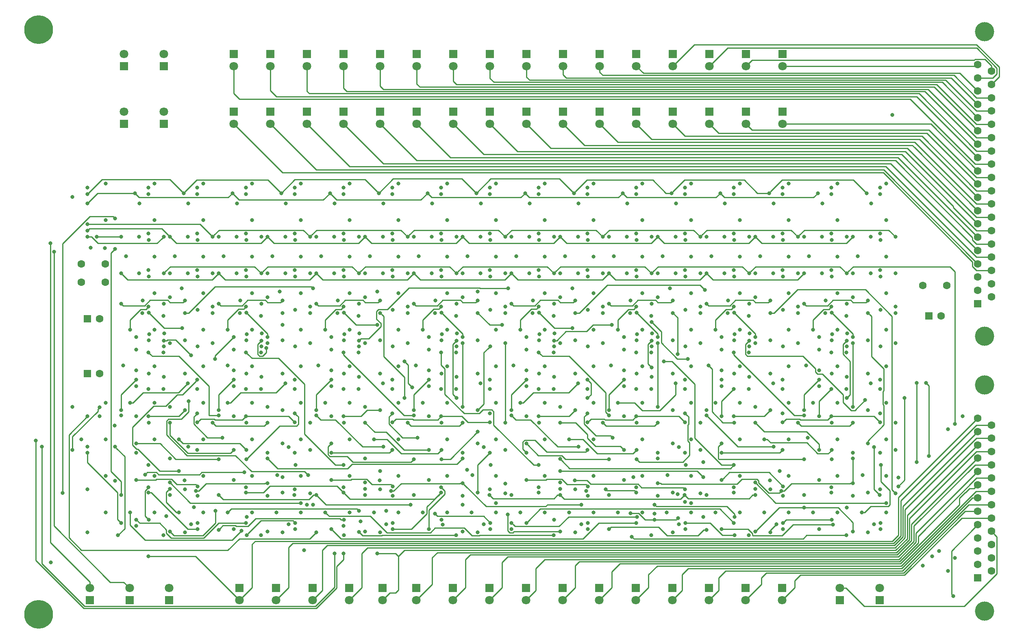
<source format=gbr>
G04 #@! TF.GenerationSoftware,KiCad,Pcbnew,5.1.5-52549c5~84~ubuntu18.04.1*
G04 #@! TF.CreationDate,2020-05-17T15:57:07-07:00*
G04 #@! TF.ProjectId,alu,616c752e-6b69-4636-9164-5f7063625858,rev?*
G04 #@! TF.SameCoordinates,Original*
G04 #@! TF.FileFunction,Copper,L2,Inr*
G04 #@! TF.FilePolarity,Positive*
%FSLAX46Y46*%
G04 Gerber Fmt 4.6, Leading zero omitted, Abs format (unit mm)*
G04 Created by KiCad (PCBNEW 5.1.5-52549c5~84~ubuntu18.04.1) date 2020-05-17 15:57:07*
%MOMM*%
%LPD*%
G04 APERTURE LIST*
%ADD10C,4.000000*%
%ADD11C,1.600000*%
%ADD12R,1.600000X1.600000*%
%ADD13C,1.800000*%
%ADD14R,1.800000X1.800000*%
%ADD15C,6.000000*%
%ADD16C,0.800000*%
%ADD17C,0.250000*%
G04 APERTURE END LIST*
D10*
X247800000Y-29680000D03*
X247800000Y-93180000D03*
D11*
X249220000Y-37885000D03*
X249220000Y-40655000D03*
X249220000Y-43425000D03*
X249220000Y-46195000D03*
X249220000Y-48965000D03*
X249220000Y-51735000D03*
X249220000Y-54505000D03*
X249220000Y-57275000D03*
X249220000Y-60045000D03*
X249220000Y-62815000D03*
X249220000Y-65585000D03*
X249220000Y-68355000D03*
X249220000Y-71125000D03*
X249220000Y-73895000D03*
X249220000Y-76665000D03*
X249220000Y-79435000D03*
X249220000Y-82205000D03*
X249220000Y-84975000D03*
X246380000Y-36500000D03*
X246380000Y-39270000D03*
X246380000Y-42040000D03*
X246380000Y-44810000D03*
X246380000Y-47580000D03*
X246380000Y-50350000D03*
X246380000Y-53120000D03*
X246380000Y-55890000D03*
X246380000Y-58660000D03*
X246380000Y-61430000D03*
X246380000Y-64200000D03*
X246380000Y-66970000D03*
X246380000Y-69740000D03*
X246380000Y-72510000D03*
X246380000Y-75280000D03*
X246380000Y-78050000D03*
X246380000Y-80820000D03*
X246380000Y-83590000D03*
D12*
X246380000Y-86360000D03*
D10*
X247800000Y-103340000D03*
X247800000Y-150440000D03*
D11*
X249220000Y-111655000D03*
X249220000Y-114425000D03*
X249220000Y-117195000D03*
X249220000Y-119965000D03*
X249220000Y-122735000D03*
X249220000Y-125505000D03*
X249220000Y-128275000D03*
X249220000Y-131045000D03*
X249220000Y-133815000D03*
X249220000Y-136585000D03*
X249220000Y-139355000D03*
X249220000Y-142125000D03*
X246380000Y-110270000D03*
X246380000Y-113040000D03*
X246380000Y-115810000D03*
X246380000Y-118580000D03*
X246380000Y-121350000D03*
X246380000Y-124120000D03*
X246380000Y-126890000D03*
X246380000Y-129660000D03*
X246380000Y-132430000D03*
X246380000Y-135200000D03*
X246380000Y-137970000D03*
X246380000Y-140740000D03*
D12*
X246380000Y-143510000D03*
D11*
X239950000Y-82550000D03*
X234950000Y-82550000D03*
X238720000Y-88900000D03*
D12*
X236220000Y-88900000D03*
D13*
X225933000Y-145669000D03*
D14*
X225933000Y-148209000D03*
D13*
X217678000Y-145669000D03*
D14*
X217678000Y-148209000D03*
D13*
X92583000Y-148209000D03*
D14*
X92583000Y-145669000D03*
D13*
X100203000Y-148209000D03*
D14*
X100203000Y-145669000D03*
D13*
X107823000Y-148209000D03*
D14*
X107823000Y-145669000D03*
D13*
X115443000Y-148209000D03*
D14*
X115443000Y-145669000D03*
D13*
X122428000Y-148209000D03*
D14*
X122428000Y-145669000D03*
D13*
X129413000Y-148209000D03*
D14*
X129413000Y-145669000D03*
D13*
X137033000Y-148209000D03*
D14*
X137033000Y-145669000D03*
D13*
X144653000Y-148209000D03*
D14*
X144653000Y-145669000D03*
D13*
X152273000Y-148209000D03*
D14*
X152273000Y-145669000D03*
D13*
X159893000Y-148209000D03*
D14*
X159893000Y-145669000D03*
D13*
X167513000Y-148209000D03*
D14*
X167513000Y-145669000D03*
D13*
X175133000Y-148209000D03*
D14*
X175133000Y-145669000D03*
D13*
X182753000Y-148209000D03*
D14*
X182753000Y-145669000D03*
D13*
X190373000Y-148209000D03*
D14*
X190373000Y-145669000D03*
D13*
X197993000Y-148209000D03*
D14*
X197993000Y-145669000D03*
D13*
X205613000Y-148209000D03*
D14*
X205613000Y-145669000D03*
D13*
X77978000Y-145669000D03*
D14*
X77978000Y-148209000D03*
D13*
X69723000Y-145669000D03*
D14*
X69723000Y-148209000D03*
D13*
X61468000Y-145669000D03*
D14*
X61468000Y-148209000D03*
D13*
X76835000Y-46355000D03*
D14*
X76835000Y-48895000D03*
D13*
X68580000Y-46355000D03*
D14*
X68580000Y-48895000D03*
D13*
X91440000Y-48895000D03*
D14*
X91440000Y-46355000D03*
D13*
X99060000Y-48895000D03*
D14*
X99060000Y-46355000D03*
D13*
X106680000Y-48895000D03*
D14*
X106680000Y-46355000D03*
D13*
X114300000Y-48895000D03*
D14*
X114300000Y-46355000D03*
D13*
X121920000Y-48895000D03*
D14*
X121920000Y-46355000D03*
D13*
X129540000Y-48895000D03*
D14*
X129540000Y-46355000D03*
D13*
X137160000Y-48895000D03*
D14*
X137160000Y-46355000D03*
D13*
X144780000Y-48895000D03*
D14*
X144780000Y-46355000D03*
D13*
X152400000Y-48895000D03*
D14*
X152400000Y-46355000D03*
D13*
X160020000Y-48895000D03*
D14*
X160020000Y-46355000D03*
D13*
X167640000Y-48895000D03*
D14*
X167640000Y-46355000D03*
D13*
X175260000Y-48895000D03*
D14*
X175260000Y-46355000D03*
D13*
X182880000Y-48895000D03*
D14*
X182880000Y-46355000D03*
D13*
X190500000Y-48895000D03*
D14*
X190500000Y-46355000D03*
D13*
X198120000Y-48895000D03*
D14*
X198120000Y-46355000D03*
D13*
X205740000Y-48895000D03*
D14*
X205740000Y-46355000D03*
D13*
X76835000Y-34290000D03*
D14*
X76835000Y-36830000D03*
D13*
X68580000Y-34290000D03*
D14*
X68580000Y-36830000D03*
D13*
X91440000Y-36830000D03*
D14*
X91440000Y-34290000D03*
D13*
X99060000Y-36830000D03*
D14*
X99060000Y-34290000D03*
D13*
X106680000Y-36830000D03*
D14*
X106680000Y-34290000D03*
D13*
X114300000Y-36830000D03*
D14*
X114300000Y-34290000D03*
D13*
X121920000Y-36830000D03*
D14*
X121920000Y-34290000D03*
D13*
X129540000Y-36830000D03*
D14*
X129540000Y-34290000D03*
D13*
X137160000Y-36830000D03*
D14*
X137160000Y-34290000D03*
D13*
X144780000Y-36830000D03*
D14*
X144780000Y-34290000D03*
D13*
X152400000Y-36830000D03*
D14*
X152400000Y-34290000D03*
D13*
X160020000Y-36830000D03*
D14*
X160020000Y-34290000D03*
D13*
X167640000Y-36830000D03*
D14*
X167640000Y-34290000D03*
D13*
X175260000Y-36830000D03*
D14*
X175260000Y-34290000D03*
D13*
X182880000Y-36830000D03*
D14*
X182880000Y-34290000D03*
D13*
X190500000Y-36830000D03*
D14*
X190500000Y-34290000D03*
D13*
X198120000Y-36830000D03*
D14*
X198120000Y-34290000D03*
D13*
X205740000Y-36830000D03*
D14*
X205740000Y-34290000D03*
D11*
X64690000Y-81915000D03*
X59690000Y-81915000D03*
X64690000Y-78105000D03*
X59690000Y-78105000D03*
X63460000Y-89535000D03*
D12*
X60960000Y-89535000D03*
D11*
X63460000Y-100965000D03*
D12*
X60960000Y-100965000D03*
D15*
X50800000Y-29210000D03*
X50800000Y-151130000D03*
D16*
X213330000Y-93315000D03*
X215900000Y-96520000D03*
X64770000Y-114640000D03*
X64770000Y-107020000D03*
X64770000Y-122260000D03*
X64770000Y-129880000D03*
X74930000Y-129880000D03*
X85090000Y-129880000D03*
X95250000Y-129880000D03*
X105410000Y-129880000D03*
X105410000Y-122260000D03*
X95250000Y-122260000D03*
X85090000Y-122260000D03*
X74930000Y-122260000D03*
X74930000Y-114640000D03*
X85090000Y-114640000D03*
X95250000Y-114640000D03*
X105410000Y-114640000D03*
X74930000Y-107020000D03*
X85090000Y-107020000D03*
X95250000Y-107020000D03*
X105410000Y-107020000D03*
X105410000Y-99400000D03*
X95250000Y-99400000D03*
X85090000Y-99400000D03*
X74930000Y-99400000D03*
X105410000Y-91780000D03*
X95250000Y-91780000D03*
X85090000Y-91780000D03*
X74930000Y-91780000D03*
X74930000Y-84160000D03*
X85090000Y-84160000D03*
X95250000Y-84160000D03*
X105410000Y-84160000D03*
X105410000Y-76540000D03*
X95250000Y-76540000D03*
X85090000Y-76540000D03*
X74930000Y-76540000D03*
X105410000Y-68920000D03*
X95250000Y-68920000D03*
X85090000Y-68920000D03*
X74930000Y-68920000D03*
X64770000Y-68920000D03*
X105410000Y-61300000D03*
X95250000Y-61300000D03*
X85090000Y-61300000D03*
X74930000Y-61300000D03*
X64770000Y-61300000D03*
X115570000Y-129880000D03*
X125730000Y-129880000D03*
X135890000Y-129880000D03*
X146050000Y-129880000D03*
X146050000Y-122260000D03*
X135890000Y-122260000D03*
X125730000Y-122260000D03*
X115570000Y-122260000D03*
X115570000Y-114640000D03*
X125730000Y-114640000D03*
X135890000Y-114640000D03*
X146050000Y-114640000D03*
X146050000Y-107020000D03*
X135890000Y-107020000D03*
X125730000Y-107020000D03*
X115570000Y-107020000D03*
X115570000Y-99400000D03*
X125730000Y-99400000D03*
X135890000Y-99400000D03*
X146050000Y-99400000D03*
X146050000Y-91780000D03*
X135890000Y-91780000D03*
X125730000Y-91780000D03*
X115570000Y-91780000D03*
X115570000Y-84160000D03*
X125730000Y-84160000D03*
X135890000Y-84160000D03*
X146050000Y-84160000D03*
X115570000Y-76540000D03*
X125730000Y-76540000D03*
X135890000Y-76540000D03*
X146050000Y-76540000D03*
X146050000Y-68920000D03*
X135890000Y-68920000D03*
X125730000Y-68920000D03*
X115570000Y-68920000D03*
X115570000Y-61300000D03*
X125730000Y-61300000D03*
X135890000Y-61300000D03*
X146050000Y-61300000D03*
X186690000Y-129880000D03*
X176530000Y-129880000D03*
X166370000Y-129880000D03*
X156210000Y-129880000D03*
X186690000Y-122260000D03*
X176530000Y-122260000D03*
X166370000Y-122260000D03*
X156210000Y-122260000D03*
X186690000Y-114640000D03*
X176530000Y-114640000D03*
X166370000Y-114640000D03*
X156210000Y-114640000D03*
X186690000Y-107020000D03*
X176530000Y-107020000D03*
X166370000Y-107020000D03*
X156210000Y-107020000D03*
X186690000Y-99400000D03*
X176530000Y-99400000D03*
X166370000Y-99400000D03*
X156210000Y-99400000D03*
X156210000Y-91780000D03*
X166370000Y-91780000D03*
X176530000Y-91780000D03*
X186690000Y-91780000D03*
X186690000Y-84160000D03*
X176530000Y-84160000D03*
X166370000Y-84160000D03*
X156210000Y-84160000D03*
X186690000Y-76540000D03*
X176530000Y-76540000D03*
X166370000Y-76540000D03*
X156210000Y-76540000D03*
X156210000Y-68920000D03*
X166370000Y-68920000D03*
X176530000Y-68920000D03*
X186690000Y-68920000D03*
X186690000Y-61300000D03*
X176530000Y-61300000D03*
X166370000Y-61300000D03*
X156210000Y-61300000D03*
X227330000Y-129880000D03*
X217170000Y-129880000D03*
X207010000Y-129880000D03*
X196850000Y-129880000D03*
X227330000Y-122260000D03*
X217170000Y-122260000D03*
X207010000Y-122260000D03*
X196850000Y-122260000D03*
X227330000Y-114640000D03*
X217170000Y-114640000D03*
X207010000Y-114640000D03*
X196850000Y-114640000D03*
X196850000Y-107020000D03*
X207010000Y-107020000D03*
X217170000Y-107020000D03*
X227330000Y-107020000D03*
X227330000Y-99400000D03*
X217170000Y-99400000D03*
X207010000Y-99400000D03*
X196850000Y-99400000D03*
X227330000Y-91780000D03*
X217170000Y-91780000D03*
X207010000Y-91780000D03*
X196850000Y-91780000D03*
X227330000Y-84160000D03*
X217170000Y-84160000D03*
X207010000Y-84160000D03*
X196850000Y-84160000D03*
X227330000Y-76540000D03*
X217170000Y-76540000D03*
X207010000Y-76540000D03*
X196850000Y-76540000D03*
X207010000Y-68920000D03*
X196850000Y-68920000D03*
X196850000Y-61300000D03*
X207010000Y-61300000D03*
X227330000Y-68920000D03*
X217170000Y-68920000D03*
X217170000Y-61300000D03*
X227330000Y-61300000D03*
X226090000Y-73055000D03*
X224100000Y-72390000D03*
X226090000Y-80675000D03*
X224100000Y-80010000D03*
X205770000Y-73055000D03*
X203780000Y-72390000D03*
X205770000Y-80675000D03*
X203780000Y-80010000D03*
X185450000Y-73055000D03*
X183460000Y-72390000D03*
X185450000Y-80675000D03*
X183460000Y-80010000D03*
X165130000Y-73055000D03*
X163140000Y-72390000D03*
X165130000Y-80675000D03*
X163140000Y-80010000D03*
X144810000Y-73055000D03*
X142820000Y-72390000D03*
X144810000Y-80675000D03*
X142820000Y-80010000D03*
X124490000Y-73055000D03*
X122500000Y-72390000D03*
X124490000Y-80675000D03*
X122500000Y-80010000D03*
X104170000Y-73055000D03*
X102180000Y-72390000D03*
X104170000Y-80675000D03*
X102180000Y-80010000D03*
X83850000Y-73055000D03*
X81860000Y-72390000D03*
X83850000Y-80675000D03*
X81860000Y-80010000D03*
X215930000Y-73055000D03*
X213940000Y-72390000D03*
X215930000Y-80675000D03*
X213940000Y-80010000D03*
X195610000Y-73055000D03*
X193620000Y-72390000D03*
X195610000Y-80675000D03*
X193620000Y-80010000D03*
X175290000Y-73055000D03*
X173300000Y-72390000D03*
X175290000Y-80675000D03*
X173300000Y-80010000D03*
X154970000Y-73055000D03*
X152980000Y-72390000D03*
X154970000Y-80675000D03*
X152980000Y-80010000D03*
X134650000Y-73055000D03*
X132660000Y-72390000D03*
X134650000Y-80675000D03*
X132660000Y-80010000D03*
X114330000Y-73055000D03*
X112340000Y-72390000D03*
X114330000Y-80675000D03*
X112340000Y-80010000D03*
X94010000Y-73055000D03*
X92020000Y-72390000D03*
X94010000Y-80675000D03*
X92020000Y-80010000D03*
X73690000Y-73055000D03*
X71700000Y-72390000D03*
X73690000Y-80675000D03*
X71700000Y-80010000D03*
X83890000Y-132080000D03*
X71120000Y-132715000D03*
X71120000Y-132715000D03*
X94080000Y-134620000D03*
X104210000Y-132080000D03*
X106045000Y-137795000D03*
X134650000Y-131415000D03*
X124530000Y-132080000D03*
X130810000Y-129880000D03*
X144850000Y-132080000D03*
X133350000Y-130175000D03*
X165170000Y-132080000D03*
X149210000Y-133365000D03*
X185490000Y-132080000D03*
X195680000Y-134620000D03*
X205810000Y-132080000D03*
X215930000Y-131415000D03*
X226130000Y-132080000D03*
X212090000Y-129880000D03*
X60930000Y-134015000D03*
X53340000Y-140335000D03*
X83835000Y-133365000D03*
X104155000Y-133365000D03*
X124475000Y-133365000D03*
X144795000Y-133365000D03*
X165115000Y-133365000D03*
X185435000Y-133365000D03*
X205755000Y-133365000D03*
X195565000Y-125745000D03*
X73645000Y-125745000D03*
X114285000Y-125745000D03*
X134605000Y-125745000D03*
X154925000Y-125745000D03*
X175245000Y-125745000D03*
X215885000Y-125745000D03*
X168910000Y-125095000D03*
X72934999Y-122010001D03*
X93594999Y-121534999D03*
X226075000Y-133365000D03*
X219075000Y-128905000D03*
X189230000Y-130810000D03*
X185420000Y-127733002D03*
X174625000Y-122555000D03*
X107950000Y-128270000D03*
X93965000Y-125745000D03*
X55789999Y-125820001D03*
X66675000Y-68580000D03*
X76820000Y-80025000D03*
X76820000Y-72405000D03*
X97140000Y-80025000D03*
X97140000Y-72405000D03*
X117460000Y-80025000D03*
X117460000Y-72405000D03*
X137780000Y-80025000D03*
X137780000Y-72405000D03*
X158100000Y-80025000D03*
X158100000Y-72405000D03*
X178420000Y-80025000D03*
X178420000Y-72405000D03*
X198740000Y-80025000D03*
X198740000Y-72405000D03*
X219060000Y-72405000D03*
X219060000Y-80025000D03*
X60945000Y-72405000D03*
X241645000Y-139355000D03*
X241645000Y-111415000D03*
X86980000Y-80025000D03*
X86980000Y-72405000D03*
X107300000Y-80025000D03*
X107300000Y-72405000D03*
X127620000Y-72405000D03*
X127620000Y-80025000D03*
X147940000Y-72405000D03*
X147940000Y-80025000D03*
X168260000Y-80025000D03*
X168260000Y-72405000D03*
X188580000Y-72405000D03*
X188580000Y-80025000D03*
X208900000Y-72405000D03*
X208900000Y-80025000D03*
X229220000Y-80025000D03*
X229220000Y-72405000D03*
X60915000Y-69805000D03*
X240145000Y-142125000D03*
X240145000Y-112510000D03*
X73660000Y-124686998D03*
X73690000Y-131415000D03*
X73660000Y-139065000D03*
X94080000Y-130810000D03*
X93980000Y-124686998D03*
X90170000Y-129880000D03*
X114300000Y-124686998D03*
X117475000Y-129540000D03*
X117792500Y-131762500D03*
X121285000Y-138430000D03*
X132065000Y-133365000D03*
X134620000Y-124686998D03*
X154940000Y-124686998D03*
X158085000Y-131415000D03*
X175260000Y-124686998D03*
X195680000Y-130810000D03*
X179070000Y-128270000D03*
X179070000Y-130175000D03*
X195580000Y-124686998D03*
X191770000Y-129880000D03*
X215900000Y-124686998D03*
X213345000Y-133365000D03*
X83502500Y-125412500D03*
X124142500Y-125412500D03*
X164782500Y-125412500D03*
X98455000Y-123795000D03*
X139095000Y-123795000D03*
X179735000Y-123795000D03*
X98425000Y-118645000D03*
X139065000Y-118645000D03*
X179705000Y-118645000D03*
X220345000Y-118645000D03*
X220375000Y-123795000D03*
X205422500Y-125412500D03*
X163830000Y-128270000D03*
X83102501Y-128822501D03*
X229870000Y-122640000D03*
X238300000Y-137970000D03*
X53249999Y-73750001D03*
X61595000Y-74733002D03*
X57785000Y-64135000D03*
X235585000Y-102870000D03*
X236220000Y-118110000D03*
X236855000Y-139065000D03*
X60915000Y-62185000D03*
X233680000Y-102870000D03*
X233680000Y-119380000D03*
X234950000Y-140970000D03*
X224125000Y-65435000D03*
X203805000Y-65435000D03*
X183485000Y-65435000D03*
X163165000Y-65435000D03*
X142845000Y-65435000D03*
X122525000Y-65435000D03*
X102205000Y-65435000D03*
X81885000Y-65435000D03*
X213965000Y-65435000D03*
X193645000Y-65435000D03*
X173325000Y-65435000D03*
X153005000Y-65435000D03*
X132685000Y-65435000D03*
X112365000Y-65435000D03*
X92045000Y-65435000D03*
X71725000Y-65435000D03*
X226015000Y-62185000D03*
X205695000Y-62185000D03*
X185375000Y-62185000D03*
X165055000Y-62185000D03*
X144735000Y-62185000D03*
X124415000Y-62185000D03*
X104095000Y-62185000D03*
X83775000Y-62185000D03*
X215855000Y-62185000D03*
X195535000Y-62185000D03*
X175215000Y-62185000D03*
X154895000Y-62185000D03*
X134575000Y-62185000D03*
X114255000Y-62185000D03*
X93935000Y-62185000D03*
X73615000Y-62185000D03*
X78105000Y-133885000D03*
X98425000Y-133885000D03*
X118745000Y-133885000D03*
X139065000Y-133885000D03*
X159385000Y-133885000D03*
X200025000Y-133885000D03*
X210185000Y-126265000D03*
X189865000Y-126265000D03*
X169545000Y-126265000D03*
X149225000Y-126265000D03*
X128905000Y-126265000D03*
X108585000Y-126265000D03*
X88265000Y-126265000D03*
X67945000Y-126265000D03*
X128270000Y-128270000D03*
X87630000Y-129540000D03*
X220345000Y-133885000D03*
X210185000Y-128905000D03*
X179070000Y-131445000D03*
X174080001Y-130084999D03*
X183914999Y-131045001D03*
X148484999Y-130280001D03*
X139065000Y-128270000D03*
X106680000Y-128270000D03*
X66675000Y-74930000D03*
X78105000Y-126265000D03*
X118745000Y-126265000D03*
X159385000Y-126265000D03*
X104041501Y-126266501D03*
X144681501Y-126266501D03*
X185321501Y-126266501D03*
X102824999Y-116250001D03*
X143464999Y-116250001D03*
X184104999Y-116250001D03*
X224744999Y-116250001D03*
X225961501Y-126266501D03*
X200025000Y-126265000D03*
X77349999Y-130689999D03*
X53975000Y-75565000D03*
X64600000Y-74760000D03*
X67960000Y-80025000D03*
X67960000Y-72405000D03*
X88280000Y-80025000D03*
X88280000Y-72405000D03*
X108600000Y-80025000D03*
X108600000Y-72405000D03*
X128920000Y-80025000D03*
X128920000Y-72405000D03*
X149240000Y-80025000D03*
X149240000Y-72405000D03*
X169560000Y-80025000D03*
X169560000Y-72405000D03*
X189880000Y-80025000D03*
X189880000Y-72405000D03*
X210200000Y-72405000D03*
X210200000Y-80025000D03*
X62865000Y-72390000D03*
X78120000Y-80025000D03*
X78120000Y-72405000D03*
X98440000Y-80025000D03*
X98440000Y-72405000D03*
X118760000Y-80025000D03*
X118760000Y-72405000D03*
X139080000Y-80025000D03*
X139080000Y-72405000D03*
X159400000Y-80025000D03*
X159400000Y-72405000D03*
X179720000Y-80025000D03*
X179720000Y-72405000D03*
X200040000Y-80025000D03*
X200040000Y-72405000D03*
X220360000Y-80025000D03*
X220360000Y-72405000D03*
X60945000Y-71105000D03*
X70801001Y-63310999D03*
X91121001Y-63310999D03*
X111441001Y-63310999D03*
X131761001Y-63310999D03*
X152081001Y-63310999D03*
X172401001Y-63310999D03*
X192721001Y-63310999D03*
X213041001Y-63310999D03*
X60930000Y-65435000D03*
X80961001Y-63310999D03*
X101281001Y-63310999D03*
X121601001Y-63310999D03*
X141921001Y-63310999D03*
X162241001Y-63310999D03*
X182561001Y-63310999D03*
X202881001Y-63310999D03*
X223201001Y-63310999D03*
X60945000Y-63485000D03*
X226060000Y-63500000D03*
X221352500Y-76462500D03*
X201032500Y-76462500D03*
X205740000Y-63500000D03*
X180712500Y-76462500D03*
X185420000Y-63500000D03*
X160392500Y-76462500D03*
X165100000Y-63500000D03*
X140072500Y-76462500D03*
X144780000Y-63500000D03*
X119752500Y-76462500D03*
X124460000Y-63500000D03*
X99432500Y-76462500D03*
X104140000Y-63500000D03*
X79112500Y-76462500D03*
X83820000Y-63500000D03*
X211192500Y-76462500D03*
X215900000Y-63500000D03*
X190872500Y-76462500D03*
X195580000Y-63500000D03*
X170552500Y-76462500D03*
X175260000Y-63500000D03*
X150232500Y-76462500D03*
X154940000Y-63500000D03*
X129912500Y-76462500D03*
X134620000Y-63500000D03*
X109592500Y-76462500D03*
X114300000Y-63500000D03*
X89272500Y-76462500D03*
X93980000Y-63500000D03*
X73660000Y-63500000D03*
X68952500Y-76462500D03*
X226060000Y-71755000D03*
X220390000Y-85045000D03*
X220345000Y-94615000D03*
X220390000Y-107905000D03*
X226060000Y-79375000D03*
X229205000Y-88295000D03*
X213315000Y-100285000D03*
X215900000Y-104140000D03*
X213360000Y-109855000D03*
X200025000Y-94615000D03*
X200070000Y-85045000D03*
X205740000Y-71755000D03*
X193040000Y-109855000D03*
X195580000Y-104140000D03*
X192995000Y-100285000D03*
X208885000Y-88295000D03*
X205740000Y-79375000D03*
X179750000Y-107905000D03*
X179705000Y-94615000D03*
X179750000Y-85045000D03*
X185420000Y-71755000D03*
X182245000Y-83185000D03*
X172720000Y-109855000D03*
X175260000Y-104140000D03*
X172675000Y-100285000D03*
X188565000Y-88295000D03*
X185420000Y-79375000D03*
X159385000Y-94615000D03*
X159430000Y-85045000D03*
X165100000Y-71755000D03*
X161925000Y-83185000D03*
X152400000Y-109855000D03*
X154940000Y-104140000D03*
X152355000Y-100285000D03*
X168245000Y-88295000D03*
X165100000Y-79375000D03*
X139110000Y-107905000D03*
X139065000Y-94615000D03*
X139110000Y-85045000D03*
X144780000Y-71755000D03*
X142240000Y-83820000D03*
X132080000Y-109855000D03*
X134620000Y-104140000D03*
X132035000Y-100285000D03*
X147925000Y-88295000D03*
X144780000Y-79375000D03*
X118745000Y-94615000D03*
X118790000Y-85045000D03*
X124460000Y-71755000D03*
X121285000Y-83820000D03*
X111760000Y-109855000D03*
X114300000Y-104140000D03*
X111715000Y-100285000D03*
X127605000Y-88295000D03*
X124460000Y-79375000D03*
X98470000Y-107905000D03*
X98425000Y-94615000D03*
X98470000Y-85045000D03*
X104140000Y-71755000D03*
X100965000Y-83820000D03*
X91440000Y-109855000D03*
X93980000Y-104140000D03*
X91395000Y-100285000D03*
X107285000Y-88295000D03*
X104140000Y-79375000D03*
X78105000Y-94615000D03*
X78150000Y-85045000D03*
X83820000Y-71755000D03*
X80575685Y-83185000D03*
X71120000Y-109855000D03*
X73660000Y-104140000D03*
X71075000Y-100285000D03*
X86965000Y-88295000D03*
X83820000Y-79375000D03*
X215900000Y-71755000D03*
X223490000Y-85695000D03*
X210185000Y-86360000D03*
X226075000Y-95265000D03*
X223490000Y-108555000D03*
X215900000Y-79375000D03*
X226075000Y-87645000D03*
X210629999Y-99250001D03*
X215930000Y-111155000D03*
X205755000Y-95265000D03*
X189865000Y-86360000D03*
X203170000Y-85695000D03*
X195580000Y-71755000D03*
X195610000Y-111155000D03*
X190309999Y-99250001D03*
X205755000Y-87645000D03*
X195580000Y-79375000D03*
X182850000Y-108555000D03*
X185435000Y-95265000D03*
X169545000Y-86360000D03*
X182850000Y-85695000D03*
X175260000Y-71755000D03*
X175290000Y-111155000D03*
X169989999Y-99250001D03*
X185435000Y-87645000D03*
X175260000Y-79375000D03*
X165115000Y-95265000D03*
X149225000Y-86360000D03*
X162530000Y-85695000D03*
X154940000Y-71755000D03*
X154970000Y-111155000D03*
X149669999Y-99250001D03*
X165115000Y-87645000D03*
X154940000Y-79375000D03*
X142210000Y-108555000D03*
X144795000Y-95265000D03*
X128905000Y-86360000D03*
X142210000Y-85695000D03*
X134620000Y-71755000D03*
X134650000Y-111155000D03*
X129349999Y-99250001D03*
X144795000Y-87645000D03*
X134620000Y-79375000D03*
X124475000Y-95265000D03*
X108585000Y-86360000D03*
X121890000Y-85695000D03*
X114300000Y-71755000D03*
X114330000Y-111155000D03*
X109029999Y-99250001D03*
X124475000Y-87645000D03*
X114300000Y-79375000D03*
X101570000Y-108555000D03*
X104155000Y-95265000D03*
X88265000Y-86360000D03*
X101570000Y-85695000D03*
X93980000Y-71755000D03*
X94010000Y-111155000D03*
X104155000Y-87645000D03*
X93980000Y-79375000D03*
X90176997Y-99250001D03*
X83835000Y-95265000D03*
X67945000Y-86360000D03*
X81250000Y-85695000D03*
X73660000Y-71755000D03*
X73690000Y-111155000D03*
X68389999Y-99250001D03*
X83835000Y-87645000D03*
X73660000Y-79375000D03*
X229235000Y-86995000D03*
X229220000Y-116825000D03*
X223490000Y-88295000D03*
X223475000Y-115525000D03*
X208915000Y-86995000D03*
X203200000Y-125095000D03*
X205105000Y-121285000D03*
X203170000Y-88295000D03*
X229235000Y-125875000D03*
X188580000Y-116825000D03*
X188595000Y-86995000D03*
X182835000Y-115525000D03*
X182850000Y-88295000D03*
X183832500Y-96837500D03*
X162560000Y-125095000D03*
X168275000Y-86995000D03*
X188595000Y-125875000D03*
X162530000Y-88295000D03*
X189547500Y-83502500D03*
X147940000Y-116825000D03*
X147955000Y-86995000D03*
X142195000Y-115525000D03*
X142210000Y-88295000D03*
X147320000Y-90805000D03*
X121920000Y-125095000D03*
X127635000Y-86995000D03*
X127000000Y-98425000D03*
X128587500Y-103822500D03*
X121920000Y-121285000D03*
X147955000Y-125875000D03*
X121890000Y-88295000D03*
X127000000Y-106045000D03*
X107300000Y-116825000D03*
X107315000Y-86995000D03*
X101555000Y-115525000D03*
X101570000Y-88295000D03*
X101600000Y-90805000D03*
X81280000Y-125095000D03*
X86995000Y-86995000D03*
X107315000Y-125875000D03*
X81250000Y-88295000D03*
X107950000Y-83185000D03*
X226060000Y-117475000D03*
X223505000Y-125745000D03*
X226175000Y-120015000D03*
X222250000Y-129880000D03*
X219075000Y-94095000D03*
X220345000Y-117475000D03*
X219075000Y-106045000D03*
X198755000Y-94095000D03*
X222885000Y-106483002D03*
X231140000Y-106045000D03*
X229855000Y-124445000D03*
X226060000Y-125095000D03*
X203100000Y-123190000D03*
X227330000Y-127930000D03*
X200025000Y-123665000D03*
X220375000Y-126395000D03*
X213315000Y-123145000D03*
X226060000Y-102235000D03*
X222420000Y-122090000D03*
X192995000Y-123145000D03*
X205810000Y-124460000D03*
X205740000Y-102235000D03*
X205770000Y-126395000D03*
X201930000Y-129880000D03*
X200025000Y-124965000D03*
X182865000Y-125745000D03*
X185420000Y-117475000D03*
X181610000Y-129880000D03*
X185535000Y-120015000D03*
X183832500Y-126047500D03*
X179705000Y-117475000D03*
X178435000Y-94095000D03*
X178435000Y-99695000D03*
X158115000Y-94095000D03*
X189230000Y-119380000D03*
X185964999Y-97880001D03*
X178435000Y-90170000D03*
X170180000Y-90805000D03*
X162460000Y-123190000D03*
X185420000Y-125095000D03*
X159385000Y-123665000D03*
X186690000Y-127930000D03*
X159385000Y-121285000D03*
X189230000Y-122555000D03*
X172675000Y-123145000D03*
X179735000Y-126395000D03*
X181780000Y-122090000D03*
X185420000Y-102235000D03*
X165170000Y-124460000D03*
X152355000Y-123145000D03*
X165130000Y-126395000D03*
X165100000Y-102235000D03*
X165100000Y-106045000D03*
X161290000Y-129880000D03*
X159385000Y-124965000D03*
X142225000Y-125745000D03*
X144780000Y-117475000D03*
X140970000Y-129880000D03*
X144895000Y-120015000D03*
X140017500Y-120967500D03*
X139065000Y-117475000D03*
X137795000Y-94095000D03*
X137795000Y-106045000D03*
X117475000Y-94095000D03*
X147955000Y-123925000D03*
X148590000Y-83185000D03*
X121820000Y-123190000D03*
X144780000Y-125095000D03*
X118745000Y-123665000D03*
X146050000Y-127930000D03*
X123190000Y-129540000D03*
X132035000Y-123145000D03*
X139095000Y-126395000D03*
X141140000Y-122090000D03*
X144780000Y-102235000D03*
X124530000Y-124460000D03*
X111715000Y-123145000D03*
X124490000Y-126395000D03*
X124460000Y-102235000D03*
X120650000Y-129880000D03*
X118745000Y-124965000D03*
X104140000Y-117475000D03*
X101585000Y-125745000D03*
X101585000Y-122570000D03*
X100330000Y-129880000D03*
X104255000Y-120015000D03*
X98425000Y-117475000D03*
X97155000Y-94095000D03*
X98182501Y-95642501D03*
X76835000Y-94095000D03*
X106870001Y-122110001D03*
X81975001Y-106740001D03*
X82550000Y-97155000D03*
X81180000Y-123190000D03*
X104140000Y-125095000D03*
X78105000Y-123665000D03*
X105410000Y-127930000D03*
X91395000Y-123145000D03*
X98455000Y-126395000D03*
X100500000Y-122090000D03*
X104140000Y-102235000D03*
X83890000Y-124460000D03*
X71075000Y-123145000D03*
X83850000Y-126395000D03*
X83820000Y-102235000D03*
X80004990Y-121290010D03*
X80010000Y-129880000D03*
X78105000Y-124965000D03*
X224790000Y-132346998D03*
X223490000Y-134015000D03*
X203170000Y-134015000D03*
X204470000Y-132346998D03*
X182850000Y-134015000D03*
X184150000Y-132346998D03*
X162530000Y-134015000D03*
X163830000Y-132346998D03*
X142210000Y-134015000D03*
X143510000Y-132346998D03*
X121890000Y-134015000D03*
X123190000Y-132346998D03*
X101570000Y-134015000D03*
X102870000Y-132346998D03*
X81250000Y-134015000D03*
X82550000Y-132346998D03*
X216187500Y-132427500D03*
X193025000Y-133365000D03*
X219030000Y-134665000D03*
X171450000Y-129880000D03*
X174307500Y-134937500D03*
X195580000Y-132080000D03*
X152360000Y-132080000D03*
X198710000Y-134665000D03*
X151130000Y-129880000D03*
X189865000Y-133495000D03*
X169560000Y-133365000D03*
X158070000Y-134665000D03*
X110490000Y-129880000D03*
X175360000Y-130810000D03*
X149240000Y-132065000D03*
X91425000Y-133365000D03*
X134907500Y-132427500D03*
X137750000Y-134665000D03*
X117475000Y-133985000D03*
X93980000Y-132080000D03*
X71090000Y-131415000D03*
X97110000Y-134665000D03*
X69850000Y-129880000D03*
X93027500Y-133667500D03*
X88265000Y-133495000D03*
X114330000Y-131415000D03*
X76790000Y-134665000D03*
X66645000Y-116175000D03*
X67310000Y-134620000D03*
X67960000Y-132065000D03*
X60960000Y-117475000D03*
X175260000Y-132080000D03*
X111745000Y-133365000D03*
X178390000Y-134665000D03*
X57830000Y-107905000D03*
X114300000Y-132715000D03*
X60930000Y-116175000D03*
X112395000Y-138430000D03*
X51435000Y-116205000D03*
X114345000Y-134665000D03*
X59690000Y-114640000D03*
X114300000Y-138430000D03*
X50165000Y-114935000D03*
X108615000Y-134015000D03*
X60960000Y-109855000D03*
X57800000Y-116825000D03*
X63500000Y-107950000D03*
X60905000Y-125095000D03*
X63500000Y-109855000D03*
X66675000Y-123275000D03*
X66630000Y-111805000D03*
X214600000Y-88295000D03*
X214660000Y-85695000D03*
X219030000Y-88945000D03*
X219060000Y-86345000D03*
X212090000Y-91780000D03*
X215900000Y-86995000D03*
X220375000Y-93315000D03*
X215942500Y-88222500D03*
X216000000Y-92710000D03*
X213330000Y-95915000D03*
X219030000Y-96565000D03*
X215915000Y-93965000D03*
X219195001Y-92589999D03*
X219060000Y-95265000D03*
X215930000Y-100935000D03*
X213330000Y-103535000D03*
X219060000Y-101585000D03*
X219030000Y-104185000D03*
X213360000Y-102235000D03*
X210215000Y-108555000D03*
X224064999Y-102960001D03*
X212090000Y-107020000D03*
X223505000Y-93965000D03*
X223490000Y-100935000D03*
X226060000Y-104140000D03*
X194340000Y-85695000D03*
X194280000Y-88295000D03*
X198710000Y-88945000D03*
X198740000Y-86345000D03*
X191770000Y-91780000D03*
X195580000Y-86995000D03*
X195622500Y-88222500D03*
X200055000Y-93315000D03*
X195680000Y-92710000D03*
X193010000Y-95915000D03*
X198710000Y-96565000D03*
X195595000Y-93965000D03*
X198875001Y-92589999D03*
X198740000Y-95265000D03*
X193010000Y-93315000D03*
X195580000Y-96520000D03*
X210185000Y-109658002D03*
X229235000Y-94615000D03*
X229205000Y-111155000D03*
X205740000Y-111125000D03*
X226060000Y-111125000D03*
X215900000Y-109855000D03*
X200070000Y-107905000D03*
X208915000Y-94615000D03*
X205740000Y-104140000D03*
X203170000Y-100935000D03*
X203185000Y-93965000D03*
X195610000Y-100935000D03*
X193010000Y-103535000D03*
X198740000Y-101585000D03*
X198710000Y-104185000D03*
X189895000Y-108555000D03*
X193040000Y-102235000D03*
X191770000Y-107020000D03*
X203744999Y-102960001D03*
X195580000Y-109855000D03*
X203170000Y-108555000D03*
X189865000Y-109658002D03*
X203835000Y-116205000D03*
X226060000Y-109220000D03*
X215930000Y-118775000D03*
X208885000Y-111155000D03*
X220375000Y-111155000D03*
X205740000Y-109220000D03*
X210930000Y-114300000D03*
X200055000Y-111155000D03*
X213340000Y-116860000D03*
X215970000Y-116840000D03*
X201930000Y-114640000D03*
X210215000Y-118775000D03*
X192995000Y-115525000D03*
X205740000Y-116840000D03*
X193040000Y-117475000D03*
X172690000Y-93315000D03*
X175260000Y-96520000D03*
X159385000Y-118745000D03*
X195580000Y-120015000D03*
X180975000Y-98425000D03*
X174020000Y-85695000D03*
X173960000Y-88295000D03*
X178390000Y-88945000D03*
X178420000Y-86345000D03*
X171450000Y-91780000D03*
X175260000Y-86995000D03*
X175302500Y-88222500D03*
X179735000Y-93315000D03*
X175360000Y-92710000D03*
X172690000Y-95915000D03*
X178390000Y-96565000D03*
X175275000Y-93965000D03*
X178555001Y-92589999D03*
X178420000Y-95265000D03*
X175290000Y-100935000D03*
X172690000Y-103535000D03*
X178420000Y-101585000D03*
X178390000Y-104185000D03*
X169575000Y-108555000D03*
X172720000Y-102235000D03*
X171450000Y-107020000D03*
X183424999Y-102960001D03*
X185420000Y-104140000D03*
X182850000Y-100935000D03*
X182865000Y-93965000D03*
X153700000Y-85695000D03*
X153640000Y-88295000D03*
X158070000Y-88945000D03*
X158100000Y-86345000D03*
X151130000Y-91780000D03*
X154940000Y-86995000D03*
X154982500Y-88222500D03*
X161930001Y-91445001D03*
X155040000Y-92710000D03*
X152370000Y-95915000D03*
X158070000Y-96565000D03*
X154955000Y-93965000D03*
X158235001Y-92589999D03*
X158100000Y-95265000D03*
X169545000Y-109658002D03*
X152370000Y-93315000D03*
X154940000Y-96520000D03*
X188565000Y-111155000D03*
X188595000Y-94615000D03*
X175260000Y-109855000D03*
X165100000Y-111125000D03*
X185420000Y-111125000D03*
X159430000Y-107905000D03*
X168275000Y-94615000D03*
X165100000Y-104140000D03*
X162530000Y-100935000D03*
X162545000Y-93965000D03*
X154970000Y-100935000D03*
X152370000Y-103535000D03*
X158100000Y-101585000D03*
X158070000Y-104185000D03*
X149255000Y-108555000D03*
X152400000Y-102235000D03*
X151130000Y-107020000D03*
X163104999Y-102960001D03*
X154940000Y-109855000D03*
X162530000Y-108555000D03*
X163195000Y-116205000D03*
X149225000Y-109658002D03*
X175290000Y-118775000D03*
X185420000Y-109220000D03*
X168245000Y-111155000D03*
X179735000Y-111155000D03*
X170290000Y-114300000D03*
X165100000Y-109220000D03*
X159415000Y-111155000D03*
X172700000Y-116860000D03*
X161290000Y-114640000D03*
X175330000Y-116840000D03*
X152355000Y-115525000D03*
X169575000Y-118775000D03*
X152400000Y-117475000D03*
X165100000Y-116840000D03*
X154940000Y-120015000D03*
X132050000Y-93315000D03*
X134620000Y-96520000D03*
X118745000Y-118645000D03*
X133380000Y-85695000D03*
X133320000Y-88295000D03*
X137750000Y-88945000D03*
X137780000Y-86345000D03*
X130810000Y-91780000D03*
X134620000Y-86995000D03*
X134662500Y-88222500D03*
X139095000Y-93315000D03*
X134720000Y-92710000D03*
X132050000Y-95915000D03*
X137750000Y-96565000D03*
X134635000Y-93965000D03*
X137915001Y-92589999D03*
X137780000Y-95265000D03*
X134650000Y-100935000D03*
X132050000Y-103535000D03*
X137780000Y-101585000D03*
X137750000Y-104185000D03*
X128935000Y-108555000D03*
X132080000Y-102235000D03*
X130810000Y-107020000D03*
X142784999Y-102960001D03*
X144780000Y-104140000D03*
X142210000Y-100935000D03*
X142225000Y-93965000D03*
X113060000Y-85695000D03*
X113000000Y-88295000D03*
X117430000Y-88945000D03*
X117460000Y-86345000D03*
X110490000Y-91780000D03*
X114300000Y-86995000D03*
X114342500Y-88222500D03*
X121290001Y-90810001D03*
X114400000Y-92710000D03*
X111730000Y-95915000D03*
X117430000Y-96565000D03*
X114315000Y-93965000D03*
X117595001Y-92589999D03*
X117460000Y-95265000D03*
X128905000Y-109658002D03*
X111730000Y-93315000D03*
X114300000Y-96520000D03*
X147925000Y-111155000D03*
X147955000Y-94615000D03*
X134620000Y-109855000D03*
X124460000Y-111125000D03*
X144780000Y-111125000D03*
X118790000Y-107905000D03*
X127635000Y-94615000D03*
X124460000Y-104140000D03*
X121890000Y-100935000D03*
X121905000Y-93965000D03*
X114330000Y-100935000D03*
X111730000Y-103535000D03*
X117460000Y-101585000D03*
X117430000Y-104185000D03*
X108615000Y-108555000D03*
X111760000Y-102235000D03*
X110490000Y-107020000D03*
X122464999Y-102960001D03*
X114300000Y-109855000D03*
X121890000Y-108555000D03*
X122555000Y-116205000D03*
X108585000Y-109658002D03*
X134650000Y-118775000D03*
X144780000Y-109220000D03*
X142240000Y-113030000D03*
X127605000Y-111155000D03*
X139095000Y-111155000D03*
X129650000Y-114300000D03*
X124460000Y-109220000D03*
X118775000Y-111155000D03*
X132060000Y-116860000D03*
X120650000Y-114640000D03*
X134690000Y-116840000D03*
X111715000Y-115525000D03*
X128935000Y-118775000D03*
X111760000Y-117475000D03*
X124460000Y-116840000D03*
X114300000Y-120015000D03*
X91410000Y-93315000D03*
X93980000Y-96520000D03*
X78105000Y-118645000D03*
X87539999Y-97880001D03*
X92740000Y-85695000D03*
X92680000Y-88295000D03*
X97110000Y-88945000D03*
X97140000Y-86345000D03*
X90170000Y-91780000D03*
X93980000Y-86995000D03*
X94022500Y-88222500D03*
X98455000Y-93315000D03*
X94080000Y-92710000D03*
X91410000Y-95915000D03*
X97110000Y-96565000D03*
X93995000Y-93965000D03*
X97275001Y-92589999D03*
X97140000Y-95265000D03*
X94010000Y-100935000D03*
X91410000Y-103535000D03*
X97140000Y-101585000D03*
X97110000Y-104185000D03*
X88295000Y-108555000D03*
X91440000Y-102235000D03*
X90170000Y-107020000D03*
X102144999Y-102960001D03*
X104140000Y-104140000D03*
X101570000Y-100935000D03*
X101585000Y-93965000D03*
X72420000Y-85695000D03*
X72360000Y-88295000D03*
X76790000Y-88945000D03*
X76820000Y-86345000D03*
X69850000Y-91780000D03*
X73660000Y-86995000D03*
X73702500Y-88222500D03*
X80650001Y-91445001D03*
X73760000Y-92710000D03*
X71090000Y-95915000D03*
X76790000Y-96565000D03*
X73675000Y-93965000D03*
X76955001Y-92589999D03*
X76820000Y-95265000D03*
X88265000Y-109658002D03*
X71090000Y-93315000D03*
X73660000Y-96520000D03*
X107285000Y-111155000D03*
X107315000Y-94615000D03*
X93980000Y-109855000D03*
X83820000Y-111125000D03*
X104140000Y-111125000D03*
X78150000Y-107905000D03*
X86995000Y-94615000D03*
X83820000Y-104140000D03*
X81250000Y-100935000D03*
X81265000Y-93965000D03*
X73690000Y-100935000D03*
X71090000Y-103535000D03*
X76820000Y-101585000D03*
X76790000Y-104185000D03*
X67975000Y-108555000D03*
X71120000Y-102235000D03*
X69850000Y-107020000D03*
X81824999Y-102960001D03*
X73660000Y-109855000D03*
X81250000Y-108555000D03*
X81915000Y-116205000D03*
X67945000Y-109658002D03*
X94010000Y-118775000D03*
X104140000Y-109220000D03*
X86965000Y-111155000D03*
X98455000Y-111155000D03*
X89010000Y-114300000D03*
X83820000Y-109220000D03*
X78135000Y-111155000D03*
X91420000Y-116860000D03*
X80010000Y-114640000D03*
X94050000Y-116840000D03*
X71075000Y-115525000D03*
X88295000Y-118775000D03*
X71120000Y-117475000D03*
X83820000Y-116840000D03*
X73660000Y-120015000D03*
X243205000Y-109855000D03*
X228600000Y-46990000D03*
X241300000Y-147320000D03*
D17*
X230320010Y-127434988D02*
X230320009Y-134806401D01*
X230320009Y-134806401D02*
X228786400Y-136340010D01*
X246099998Y-111655000D02*
X230320010Y-127434988D01*
X249220000Y-111655000D02*
X246099998Y-111655000D01*
X228786400Y-136340010D02*
X103689990Y-136340010D01*
X103689990Y-136340010D02*
X102870000Y-137160000D01*
X102870000Y-145542000D02*
X100203000Y-148209000D01*
X102870000Y-137160000D02*
X102870000Y-145542000D01*
X118110000Y-145542000D02*
X115443000Y-148209000D01*
X118110000Y-138430000D02*
X118110000Y-145542000D01*
X246099998Y-114425000D02*
X231220028Y-129304970D01*
X119299970Y-137240030D02*
X118110000Y-138430000D01*
X249220000Y-114425000D02*
X246099998Y-114425000D01*
X231220028Y-129304970D02*
X231220027Y-135179203D01*
X229159200Y-137240030D02*
X119299970Y-137240030D01*
X231220027Y-135179203D02*
X229159200Y-137240030D01*
X94479999Y-134220001D02*
X94080000Y-134620000D01*
X97078003Y-131621997D02*
X94479999Y-134220001D01*
X103751997Y-131621997D02*
X97078003Y-131621997D01*
X104210000Y-132080000D02*
X103751997Y-131621997D01*
X132715000Y-139330020D02*
X132715000Y-144907000D01*
X246099998Y-117195000D02*
X232120046Y-131174952D01*
X249220000Y-117195000D02*
X246099998Y-117195000D01*
X232120046Y-131174952D02*
X232120045Y-135552005D01*
X132715000Y-144907000D02*
X129413000Y-148209000D01*
X229427040Y-138245010D02*
X133800010Y-138245010D01*
X232120045Y-135552005D02*
X229427040Y-138245010D01*
X133800010Y-138245010D02*
X132715000Y-139330020D01*
X147320000Y-145542000D02*
X144653000Y-148209000D01*
X147320000Y-140335000D02*
X147320000Y-145542000D01*
X245795000Y-119965000D02*
X233045000Y-132715000D01*
X233045000Y-135899870D02*
X229799840Y-139145030D01*
X249220000Y-119965000D02*
X245795000Y-119965000D01*
X229799840Y-139145030D02*
X148509970Y-139145030D01*
X233045000Y-132715000D02*
X233045000Y-135899870D01*
X148509970Y-139145030D02*
X147320000Y-140335000D01*
X143459999Y-130689999D02*
X133864999Y-130689999D01*
X144850000Y-132080000D02*
X143459999Y-130689999D01*
X133864999Y-130689999D02*
X133350000Y-130175000D01*
X133350000Y-130175000D02*
X133350000Y-130175000D01*
X162560000Y-145542000D02*
X159893000Y-148209000D01*
X162560000Y-140970000D02*
X162560000Y-145542000D01*
X246099998Y-122735000D02*
X233945018Y-134889979D01*
X230067680Y-140150010D02*
X163379990Y-140150010D01*
X249220000Y-122735000D02*
X246099998Y-122735000D01*
X233945018Y-134889979D02*
X233945019Y-136272671D01*
X233945019Y-136272671D02*
X230067680Y-140150010D01*
X163379990Y-140150010D02*
X162560000Y-140970000D01*
X179624970Y-141050030D02*
X177800000Y-142875000D01*
X230440480Y-141050030D02*
X179624970Y-141050030D01*
X177800000Y-142875000D02*
X177800000Y-145542000D01*
X249220000Y-125505000D02*
X245985510Y-125505000D01*
X177800000Y-145542000D02*
X175133000Y-148209000D01*
X245985510Y-125505000D02*
X230440480Y-141050030D01*
X193206998Y-134620000D02*
X190666998Y-132080000D01*
X195680000Y-134620000D02*
X193206998Y-134620000D01*
X190666998Y-132080000D02*
X185490000Y-132080000D01*
X192405000Y-146177000D02*
X190373000Y-148209000D01*
X192405000Y-143510000D02*
X192405000Y-146177000D01*
X193859990Y-142055010D02*
X192405000Y-143510000D01*
X230720030Y-142055010D02*
X193859990Y-142055010D01*
X249220000Y-128275000D02*
X244500040Y-128275000D01*
X244500040Y-128275000D02*
X230720030Y-142055010D01*
X206475000Y-131415000D02*
X205810000Y-132080000D01*
X215930000Y-131415000D02*
X206475000Y-131415000D01*
X208280000Y-144145000D02*
X208280000Y-145542000D01*
X209469970Y-142955030D02*
X208280000Y-144145000D01*
X208280000Y-145542000D02*
X205613000Y-148209000D01*
X231092830Y-142955030D02*
X209469970Y-142955030D01*
X249220000Y-131045000D02*
X243002860Y-131045000D01*
X243002860Y-131045000D02*
X231092830Y-142955030D01*
X250019999Y-134614999D02*
X249220000Y-133815000D01*
X250345001Y-142665001D02*
X250345001Y-134940001D01*
X243576001Y-149434001D02*
X250345001Y-142665001D01*
X222715793Y-149434001D02*
X243576001Y-149434001D01*
X250345001Y-134940001D02*
X250019999Y-134614999D01*
X218950792Y-145669000D02*
X222715793Y-149434001D01*
X217678000Y-145669000D02*
X218950792Y-145669000D01*
X174845001Y-125345001D02*
X169160001Y-125345001D01*
X175245000Y-125745000D02*
X174845001Y-125345001D01*
X169160001Y-125345001D02*
X168910000Y-125095000D01*
X168910000Y-125095000D02*
X168910000Y-125095000D01*
X114684999Y-126144999D02*
X114285000Y-125745000D01*
X115660001Y-127120001D02*
X114684999Y-126144999D01*
X133229999Y-127120001D02*
X115660001Y-127120001D01*
X134605000Y-125745000D02*
X133229999Y-127120001D01*
X94530685Y-125745000D02*
X93965000Y-125745000D01*
X97578002Y-125745000D02*
X94530685Y-125745000D01*
X98953003Y-124369999D02*
X97578002Y-125745000D01*
X112909999Y-124369999D02*
X98953003Y-124369999D01*
X114285000Y-125745000D02*
X112909999Y-124369999D01*
X84741999Y-121534999D02*
X93594999Y-121534999D01*
X75758013Y-122015011D02*
X84261987Y-122015011D01*
X75278001Y-121534999D02*
X75758013Y-122015011D01*
X84261987Y-122015011D02*
X84741999Y-121534999D01*
X72934999Y-122010001D02*
X73410001Y-121534999D01*
X73410001Y-121534999D02*
X75278001Y-121534999D01*
X93594999Y-121534999D02*
X93594999Y-121534999D01*
X134205001Y-126144999D02*
X134605000Y-125745000D01*
X131614991Y-128735009D02*
X134205001Y-126144999D01*
X131614991Y-130148011D02*
X131614991Y-128735009D01*
X128398002Y-133365000D02*
X131614991Y-130148011D01*
X124475000Y-133365000D02*
X128398002Y-133365000D01*
X83269315Y-133365000D02*
X83835000Y-133365000D01*
X81830685Y-133365000D02*
X83269315Y-133365000D01*
X74210685Y-125745000D02*
X81830685Y-133365000D01*
X73645000Y-125745000D02*
X74210685Y-125745000D01*
X93965000Y-125745000D02*
X93965000Y-125745000D01*
X61451999Y-68194999D02*
X66289999Y-68194999D01*
X55789999Y-125820001D02*
X55789999Y-73856999D01*
X55789999Y-73856999D02*
X61451999Y-68194999D01*
X66289999Y-68194999D02*
X66675000Y-68580000D01*
X199139999Y-79625001D02*
X198740000Y-80025000D01*
X200115001Y-78649999D02*
X199139999Y-79625001D01*
X217684999Y-78649999D02*
X200115001Y-78649999D01*
X219060000Y-80025000D02*
X217684999Y-78649999D01*
X178819999Y-79625001D02*
X178420000Y-80025000D01*
X179795001Y-78649999D02*
X178819999Y-79625001D01*
X197364999Y-78649999D02*
X179795001Y-78649999D01*
X198740000Y-80025000D02*
X197364999Y-78649999D01*
X158499999Y-79625001D02*
X158100000Y-80025000D01*
X159475001Y-78649999D02*
X158499999Y-79625001D01*
X177044999Y-78649999D02*
X159475001Y-78649999D01*
X178420000Y-80025000D02*
X177044999Y-78649999D01*
X138179999Y-79625001D02*
X137780000Y-80025000D01*
X156724999Y-78649999D02*
X139155001Y-78649999D01*
X139155001Y-78649999D02*
X138179999Y-79625001D01*
X158100000Y-80025000D02*
X156724999Y-78649999D01*
X117859999Y-79625001D02*
X117460000Y-80025000D01*
X118835001Y-78649999D02*
X117859999Y-79625001D01*
X136404999Y-78649999D02*
X118835001Y-78649999D01*
X137780000Y-80025000D02*
X136404999Y-78649999D01*
X97539999Y-79625001D02*
X97140000Y-80025000D01*
X98515001Y-78649999D02*
X97539999Y-79625001D01*
X116084999Y-78649999D02*
X98515001Y-78649999D01*
X117460000Y-80025000D02*
X116084999Y-78649999D01*
X77219999Y-79625001D02*
X76820000Y-80025000D01*
X78195001Y-78649999D02*
X77219999Y-79625001D01*
X95764999Y-78649999D02*
X78195001Y-78649999D01*
X97140000Y-80025000D02*
X95764999Y-78649999D01*
X75444999Y-73780001D02*
X76420001Y-72804999D01*
X76420001Y-72804999D02*
X76820000Y-72405000D01*
X63105003Y-73780001D02*
X75444999Y-73780001D01*
X61730002Y-72405000D02*
X63105003Y-73780001D01*
X60945000Y-72405000D02*
X61730002Y-72405000D01*
X241645000Y-111415000D02*
X241645000Y-79720000D01*
X219459999Y-79625001D02*
X219060000Y-80025000D01*
X220435001Y-78649999D02*
X219459999Y-79625001D01*
X240574999Y-78649999D02*
X220435001Y-78649999D01*
X241645000Y-79720000D02*
X240574999Y-78649999D01*
X209299999Y-72005001D02*
X208900000Y-72405000D01*
X210275001Y-71029999D02*
X209299999Y-72005001D01*
X227844999Y-71029999D02*
X210275001Y-71029999D01*
X229220000Y-72405000D02*
X227844999Y-71029999D01*
X188979999Y-72005001D02*
X188580000Y-72405000D01*
X189955001Y-71029999D02*
X188979999Y-72005001D01*
X207524999Y-71029999D02*
X189955001Y-71029999D01*
X208900000Y-72405000D02*
X207524999Y-71029999D01*
X168659999Y-72005001D02*
X168260000Y-72405000D01*
X169635001Y-71029999D02*
X168659999Y-72005001D01*
X187204999Y-71029999D02*
X169635001Y-71029999D01*
X188580000Y-72405000D02*
X187204999Y-71029999D01*
X149315001Y-71029999D02*
X148339999Y-72005001D01*
X166884999Y-71029999D02*
X149315001Y-71029999D01*
X148339999Y-72005001D02*
X147940000Y-72405000D01*
X168260000Y-72405000D02*
X166884999Y-71029999D01*
X128019999Y-72005001D02*
X127620000Y-72405000D01*
X128995001Y-71029999D02*
X128019999Y-72005001D01*
X146564999Y-71029999D02*
X128995001Y-71029999D01*
X147940000Y-72405000D02*
X146564999Y-71029999D01*
X107699999Y-72005001D02*
X107300000Y-72405000D01*
X108675001Y-71029999D02*
X107699999Y-72005001D01*
X126244999Y-71029999D02*
X108675001Y-71029999D01*
X127620000Y-72405000D02*
X126244999Y-71029999D01*
X87379999Y-72005001D02*
X86980000Y-72405000D01*
X105924999Y-71029999D02*
X88355001Y-71029999D01*
X88355001Y-71029999D02*
X87379999Y-72005001D01*
X107300000Y-72405000D02*
X105924999Y-71029999D01*
X84380000Y-69805000D02*
X86980000Y-72405000D01*
X60915000Y-69805000D02*
X84380000Y-69805000D01*
X246380000Y-110270000D02*
X229870000Y-126780000D01*
X229870000Y-126780000D02*
X229870000Y-134620000D01*
X229870000Y-134620000D02*
X228600000Y-135890000D01*
X228600000Y-135890000D02*
X95885000Y-135890000D01*
X95885000Y-135890000D02*
X95250000Y-136525000D01*
X95250000Y-145542000D02*
X92583000Y-148209000D01*
X95250000Y-136525000D02*
X95250000Y-145542000D01*
X92583000Y-148209000D02*
X83439000Y-139065000D01*
X83439000Y-139065000D02*
X73660000Y-139065000D01*
X73660000Y-139065000D02*
X73660000Y-139065000D01*
X73260001Y-125086997D02*
X73660000Y-124686998D01*
X72919999Y-125426999D02*
X73260001Y-125086997D01*
X72919999Y-130644999D02*
X72919999Y-125426999D01*
X73690000Y-131415000D02*
X72919999Y-130644999D01*
X109855000Y-146177000D02*
X107823000Y-148209000D01*
X230770019Y-128649981D02*
X230770018Y-134992802D01*
X110859980Y-136790020D02*
X109855000Y-137795000D01*
X246380000Y-113040000D02*
X230770019Y-128649981D01*
X230770018Y-134992802D02*
X228972800Y-136790020D01*
X228972800Y-136790020D02*
X110859980Y-136790020D01*
X109855000Y-137795000D02*
X109855000Y-146177000D01*
X246380000Y-115810000D02*
X231670036Y-130519964D01*
X231670036Y-130519964D02*
X231670036Y-135365604D01*
X229240640Y-137795000D02*
X127000000Y-137795000D01*
X127000000Y-137795000D02*
X125730000Y-139065000D01*
X231670036Y-135365604D02*
X229240640Y-137795000D01*
X90569999Y-129480001D02*
X90170000Y-129880000D01*
X90909999Y-129140001D02*
X90569999Y-129480001D01*
X117075001Y-129140001D02*
X90909999Y-129140001D01*
X117475000Y-129540000D02*
X117075001Y-129140001D01*
X125095000Y-138430000D02*
X125730000Y-139065000D01*
X121285000Y-138430000D02*
X125095000Y-138430000D01*
X123952000Y-146685000D02*
X122428000Y-148209000D01*
X125730000Y-139065000D02*
X125730000Y-146050000D01*
X125095000Y-146685000D02*
X123952000Y-146685000D01*
X125730000Y-146050000D02*
X125095000Y-146685000D01*
X139700000Y-145542000D02*
X137033000Y-148209000D01*
X246380000Y-118580000D02*
X232570054Y-132389946D01*
X232570054Y-132389946D02*
X232570054Y-135738406D01*
X232570054Y-135738406D02*
X229613440Y-138695020D01*
X229613440Y-138695020D02*
X140704980Y-138695020D01*
X140704980Y-138695020D02*
X139700000Y-139700000D01*
X139700000Y-139700000D02*
X139700000Y-145542000D01*
X135330001Y-125396999D02*
X135019999Y-125086997D01*
X135019999Y-125086997D02*
X134620000Y-124686998D01*
X135330001Y-126093001D02*
X135330001Y-125396999D01*
X132065000Y-129358002D02*
X135330001Y-126093001D01*
X132065000Y-133365000D02*
X132065000Y-129358002D01*
X233495009Y-134234991D02*
X233495010Y-136086270D01*
X233495010Y-136086270D02*
X229881280Y-139700000D01*
X246380000Y-121350000D02*
X233495009Y-134234991D01*
X229881280Y-139700000D02*
X156210000Y-139700000D01*
X154305000Y-146177000D02*
X152273000Y-148209000D01*
X156210000Y-139700000D02*
X154305000Y-141605000D01*
X154305000Y-141605000D02*
X154305000Y-146177000D01*
X171819980Y-140600020D02*
X170180000Y-142240000D01*
X230254080Y-140600020D02*
X171819980Y-140600020D01*
X170180000Y-145542000D02*
X167513000Y-148209000D01*
X242570000Y-128284100D02*
X230254080Y-140600020D01*
X170180000Y-142240000D02*
X170180000Y-145542000D01*
X245580001Y-124919999D02*
X244650001Y-124919999D01*
X244650001Y-124919999D02*
X243840000Y-125730000D01*
X243741408Y-125730000D02*
X242570000Y-126901408D01*
X246380000Y-124120000D02*
X245580001Y-124919999D01*
X243840000Y-125730000D02*
X243741408Y-125730000D01*
X242570000Y-126901408D02*
X242570000Y-128284100D01*
X194090686Y-128655001D02*
X179455001Y-128655001D01*
X195680000Y-130810000D02*
X195680000Y-130244315D01*
X195680000Y-130244315D02*
X194090686Y-128655001D01*
X179455001Y-128655001D02*
X179070000Y-128270000D01*
X179070000Y-128270000D02*
X179070000Y-128270000D01*
X184785000Y-142875000D02*
X184785000Y-146177000D01*
X186055000Y-141605000D02*
X184785000Y-142875000D01*
X184785000Y-146177000D02*
X182753000Y-148209000D01*
X230533630Y-141605000D02*
X186055000Y-141605000D01*
X246380000Y-126890000D02*
X245248630Y-126890000D01*
X245248630Y-126890000D02*
X230533630Y-141605000D01*
X202299980Y-142505020D02*
X201295000Y-143510000D01*
X201295000Y-144907000D02*
X197993000Y-148209000D01*
X230906430Y-142505020D02*
X202299980Y-142505020D01*
X246380000Y-129660000D02*
X243751450Y-129660000D01*
X201295000Y-143510000D02*
X201295000Y-144907000D01*
X243751450Y-129660000D02*
X230906430Y-142505020D01*
X220375000Y-118675000D02*
X220345000Y-118645000D01*
X220375000Y-123795000D02*
X220375000Y-118675000D01*
X205988185Y-125412500D02*
X205422500Y-125412500D01*
X207599999Y-123870001D02*
X206057500Y-125412500D01*
X219734314Y-123870001D02*
X207599999Y-123870001D01*
X219809315Y-123795000D02*
X219734314Y-123870001D01*
X206057500Y-125412500D02*
X205988185Y-125412500D01*
X220375000Y-123795000D02*
X219809315Y-123795000D01*
X180300685Y-123795000D02*
X179735000Y-123795000D01*
X180467682Y-123961997D02*
X180300685Y-123795000D01*
X196221005Y-123961997D02*
X180467682Y-123961997D01*
X197243003Y-122939999D02*
X196221005Y-123961997D01*
X200373001Y-122939999D02*
X197243003Y-122939999D01*
X200750001Y-123316999D02*
X200373001Y-122939999D01*
X200750001Y-123753591D02*
X200750001Y-123316999D01*
X202816411Y-125820001D02*
X200750001Y-123753591D01*
X205014999Y-125820001D02*
X202816411Y-125820001D01*
X205422500Y-125412500D02*
X205014999Y-125820001D01*
X143955001Y-128655001D02*
X139494999Y-124194999D01*
X139494999Y-124194999D02*
X139095000Y-123795000D01*
X156361997Y-128655001D02*
X143955001Y-128655001D01*
X156746998Y-128270000D02*
X156361997Y-128655001D01*
X163830000Y-128270000D02*
X156746998Y-128270000D01*
X124708185Y-125412500D02*
X124142500Y-125412500D01*
X126250684Y-123870001D02*
X124708185Y-125412500D01*
X138454314Y-123870001D02*
X126250684Y-123870001D01*
X138529315Y-123795000D02*
X138454314Y-123870001D01*
X139095000Y-123795000D02*
X138529315Y-123795000D01*
X98824999Y-119044999D02*
X98425000Y-118645000D01*
X100520001Y-120740001D02*
X98824999Y-119044999D01*
X115088609Y-120740001D02*
X100520001Y-120740001D01*
X116008600Y-119820010D02*
X115088609Y-120740001D01*
X137889990Y-119820010D02*
X116008600Y-119820010D01*
X139065000Y-118645000D02*
X137889990Y-119820010D01*
X84137500Y-125412500D02*
X84068185Y-125412500D01*
X84068185Y-125412500D02*
X83502500Y-125412500D01*
X97889315Y-123795000D02*
X97814314Y-123870001D01*
X85679999Y-123870001D02*
X84137500Y-125412500D01*
X97814314Y-123870001D02*
X85679999Y-123870001D01*
X98455000Y-123795000D02*
X97889315Y-123795000D01*
X53249999Y-136178207D02*
X53249999Y-73750001D01*
X61468000Y-145669000D02*
X61468000Y-144396208D01*
X61468000Y-144396208D02*
X53249999Y-136178207D01*
X53249999Y-73750001D02*
X53249999Y-73750001D01*
X236220000Y-103505000D02*
X235585000Y-102870000D01*
X236220000Y-118110000D02*
X236220000Y-103505000D01*
X233680000Y-119380000D02*
X233680000Y-102870000D01*
X249220000Y-36753630D02*
X249220000Y-37885000D01*
X247841369Y-35374999D02*
X249220000Y-36753630D01*
X245839999Y-35374999D02*
X247841369Y-35374999D01*
X245609999Y-35604999D02*
X245839999Y-35374999D01*
X199345001Y-35604999D02*
X245609999Y-35604999D01*
X198120000Y-36830000D02*
X199345001Y-35604999D01*
X182880000Y-36830000D02*
X187325000Y-32385000D01*
X250019999Y-39855001D02*
X249220000Y-40655000D01*
X250795011Y-39079989D02*
X250019999Y-39855001D01*
X250795011Y-37055821D02*
X250795011Y-39079989D01*
X246124190Y-32385000D02*
X250795011Y-37055821D01*
X187325000Y-32385000D02*
X246124190Y-32385000D01*
X248088630Y-43425000D02*
X249220000Y-43425000D01*
X246099998Y-43425000D02*
X248088630Y-43425000D01*
X168275000Y-38735000D02*
X241409998Y-38735000D01*
X167640000Y-38100000D02*
X168275000Y-38735000D01*
X241409998Y-38735000D02*
X246099998Y-43425000D01*
X167640000Y-36830000D02*
X167640000Y-38100000D01*
X248088630Y-46195000D02*
X249220000Y-46195000D01*
X153035000Y-39739980D02*
X239644978Y-39739980D01*
X239644978Y-39739980D02*
X246099998Y-46195000D01*
X152400000Y-39104980D02*
X153035000Y-39739980D01*
X246099998Y-46195000D02*
X248088630Y-46195000D01*
X152400000Y-36830000D02*
X152400000Y-39104980D01*
X248088630Y-48965000D02*
X249220000Y-48965000D01*
X237774998Y-40640000D02*
X246099998Y-48965000D01*
X137795000Y-40640000D02*
X237774998Y-40640000D01*
X246099998Y-48965000D02*
X248088630Y-48965000D01*
X137160000Y-40005000D02*
X137795000Y-40640000D01*
X137160000Y-36830000D02*
X137160000Y-40005000D01*
X248088630Y-51735000D02*
X249220000Y-51735000D01*
X236009978Y-41644980D02*
X246099998Y-51735000D01*
X122555000Y-41644980D02*
X236009978Y-41644980D01*
X246099998Y-51735000D02*
X248088630Y-51735000D01*
X121920000Y-41009980D02*
X122555000Y-41644980D01*
X121920000Y-36830000D02*
X121920000Y-41009980D01*
X246099998Y-54505000D02*
X248088630Y-54505000D01*
X234139998Y-42545000D02*
X246099998Y-54505000D01*
X107130010Y-42545000D02*
X234139998Y-42545000D01*
X248088630Y-54505000D02*
X249220000Y-54505000D01*
X106680000Y-42094990D02*
X107130010Y-42545000D01*
X106680000Y-36830000D02*
X106680000Y-42094990D01*
X245870000Y-57275000D02*
X248088630Y-57275000D01*
X248088630Y-57275000D02*
X249220000Y-57275000D01*
X92579999Y-43684999D02*
X232279999Y-43684999D01*
X91440000Y-42545000D02*
X92579999Y-43684999D01*
X232279999Y-43684999D02*
X245870000Y-57275000D01*
X91440000Y-36830000D02*
X91440000Y-42545000D01*
X248088630Y-60045000D02*
X249220000Y-60045000D01*
X236174999Y-50120001D02*
X246099998Y-60045000D01*
X246099998Y-60045000D02*
X248088630Y-60045000D01*
X198120000Y-48895000D02*
X199345001Y-50120001D01*
X199345001Y-50120001D02*
X236174999Y-50120001D01*
X248088630Y-62815000D02*
X249220000Y-62815000D01*
X246099998Y-62815000D02*
X248088630Y-62815000D01*
X182880000Y-48895000D02*
X185420000Y-51435000D01*
X234719998Y-51435000D02*
X246099998Y-62815000D01*
X185420000Y-51435000D02*
X234719998Y-51435000D01*
X246099998Y-65585000D02*
X248088630Y-65585000D01*
X248088630Y-65585000D02*
X249220000Y-65585000D01*
X167640000Y-48895000D02*
X171450000Y-52705000D01*
X233219998Y-52705000D02*
X246099998Y-65585000D01*
X171450000Y-52705000D02*
X233219998Y-52705000D01*
X248088630Y-68355000D02*
X249220000Y-68355000D01*
X152400000Y-48895000D02*
X157480000Y-53975000D01*
X246099998Y-68355000D02*
X248088630Y-68355000D01*
X231719998Y-53975000D02*
X246099998Y-68355000D01*
X157480000Y-53975000D02*
X231719998Y-53975000D01*
X248088630Y-71125000D02*
X249220000Y-71125000D01*
X137160000Y-48895000D02*
X143510000Y-55245000D01*
X143510000Y-55245000D02*
X230505000Y-55245000D01*
X246099998Y-71125000D02*
X248088630Y-71125000D01*
X230505000Y-55245000D02*
X241300000Y-66040000D01*
X241300000Y-66040000D02*
X241300000Y-66325002D01*
X241300000Y-66325002D02*
X246099998Y-71125000D01*
X248088630Y-73895000D02*
X249220000Y-73895000D01*
X121920000Y-48895000D02*
X129540000Y-56515000D01*
X245254999Y-73050001D02*
X246099998Y-73895000D01*
X129540000Y-56515000D02*
X229235000Y-56515000D01*
X246099998Y-73895000D02*
X248088630Y-73895000D01*
X229235000Y-56515000D02*
X245254999Y-72534999D01*
X245254999Y-72534999D02*
X245254999Y-73050001D01*
X248088630Y-76665000D02*
X249220000Y-76665000D01*
X246099998Y-76665000D02*
X248088630Y-76665000D01*
X227219998Y-57785000D02*
X246099998Y-76665000D01*
X106680000Y-48895000D02*
X115570000Y-57785000D01*
X115570000Y-57785000D02*
X227219998Y-57785000D01*
X248088630Y-79435000D02*
X249220000Y-79435000D01*
X245254999Y-78590001D02*
X246099998Y-79435000D01*
X226695000Y-59055000D02*
X245254999Y-77614999D01*
X246099998Y-79435000D02*
X248088630Y-79435000D01*
X91440000Y-48895000D02*
X101600000Y-59055000D01*
X101600000Y-59055000D02*
X226695000Y-59055000D01*
X245254999Y-77614999D02*
X245254999Y-78590001D01*
X246050000Y-36830000D02*
X246380000Y-36500000D01*
X205740000Y-36830000D02*
X246050000Y-36830000D01*
X249500002Y-39270000D02*
X247511370Y-39270000D01*
X247511370Y-39270000D02*
X246380000Y-39270000D01*
X250345001Y-38425001D02*
X249500002Y-39270000D01*
X250345001Y-37242221D02*
X250345001Y-38425001D01*
X246167779Y-33064999D02*
X250345001Y-37242221D01*
X194265001Y-33064999D02*
X246167779Y-33064999D01*
X190500000Y-36830000D02*
X194265001Y-33064999D01*
X242624990Y-38284990D02*
X246380000Y-42040000D01*
X175260000Y-36830000D02*
X176714990Y-38284990D01*
X176714990Y-38284990D02*
X242624990Y-38284990D01*
X160020000Y-36830000D02*
X160020000Y-38654970D01*
X240859970Y-39289970D02*
X246380000Y-44810000D01*
X160655000Y-39289970D02*
X240859970Y-39289970D01*
X160020000Y-38654970D02*
X160655000Y-39289970D01*
X145599990Y-40189990D02*
X238989990Y-40189990D01*
X238989990Y-40189990D02*
X246380000Y-47580000D01*
X144780000Y-36830000D02*
X144780000Y-39370000D01*
X144780000Y-39370000D02*
X145599990Y-40189990D01*
X245580001Y-49468551D02*
X245580001Y-49550001D01*
X237306420Y-41194970D02*
X245580001Y-49468551D01*
X130175000Y-41194970D02*
X237306420Y-41194970D01*
X129540000Y-40559970D02*
X130175000Y-41194970D01*
X245580001Y-49550001D02*
X246380000Y-50350000D01*
X129540000Y-36830000D02*
X129540000Y-40559970D01*
X114935000Y-42094990D02*
X235354990Y-42094990D01*
X114300000Y-36830000D02*
X114300000Y-41459990D01*
X235354990Y-42094990D02*
X246380000Y-53120000D01*
X114300000Y-41459990D02*
X114935000Y-42094990D01*
X100330000Y-43180000D02*
X233670000Y-43180000D01*
X233670000Y-43180000D02*
X246380000Y-55890000D01*
X99060000Y-36830000D02*
X99060000Y-41910000D01*
X99060000Y-41910000D02*
X100330000Y-43180000D01*
X236615000Y-48895000D02*
X246380000Y-58660000D01*
X205740000Y-48895000D02*
X236615000Y-48895000D01*
X235750000Y-50800000D02*
X246380000Y-61430000D01*
X190500000Y-48895000D02*
X192405000Y-50800000D01*
X192405000Y-50800000D02*
X235750000Y-50800000D01*
X175260000Y-48895000D02*
X178435000Y-52070000D01*
X234315000Y-52135000D02*
X246380000Y-64200000D01*
X234250000Y-52070000D02*
X234315000Y-52135000D01*
X178435000Y-52070000D02*
X234250000Y-52070000D01*
X160020000Y-48895000D02*
X164465000Y-53340000D01*
X233229990Y-53819990D02*
X246380000Y-66970000D01*
X232750000Y-53340000D02*
X233229990Y-53819990D01*
X164465000Y-53340000D02*
X232750000Y-53340000D01*
X144780000Y-48895000D02*
X150495000Y-54610000D01*
X231250000Y-54610000D02*
X246380000Y-69740000D01*
X150495000Y-54610000D02*
X231250000Y-54610000D01*
X229870000Y-56000000D02*
X246380000Y-72510000D01*
X129540000Y-48895000D02*
X136525000Y-55880000D01*
X229750000Y-55880000D02*
X229870000Y-56000000D01*
X136525000Y-55880000D02*
X229750000Y-55880000D01*
X228600000Y-57500000D02*
X246380000Y-75280000D01*
X114300000Y-48895000D02*
X122555000Y-57150000D01*
X228250000Y-57150000D02*
X228600000Y-57500000D01*
X122555000Y-57150000D02*
X228250000Y-57150000D01*
X226750000Y-58420000D02*
X246380000Y-78050000D01*
X99060000Y-48895000D02*
X108585000Y-58420000D01*
X108585000Y-58420000D02*
X226750000Y-58420000D01*
X110590000Y-128270000D02*
X108585000Y-126265000D01*
X128270000Y-128270000D02*
X110590000Y-128270000D01*
X88664999Y-126664999D02*
X88265000Y-126265000D01*
X108019315Y-126265000D02*
X107079316Y-127204999D01*
X89204999Y-127204999D02*
X88664999Y-126664999D01*
X107079316Y-127204999D02*
X89204999Y-127204999D01*
X108585000Y-126265000D02*
X108019315Y-126265000D01*
X220345000Y-131981998D02*
X217268002Y-128905000D01*
X220345000Y-133885000D02*
X220345000Y-131981998D01*
X217268002Y-128905000D02*
X210185000Y-128905000D01*
X210185000Y-128905000D02*
X210185000Y-128905000D01*
X205005000Y-128905000D02*
X200025000Y-133885000D01*
X210185000Y-128905000D02*
X205005000Y-128905000D01*
X175708001Y-130084999D02*
X174080001Y-130084999D01*
X179070000Y-131445000D02*
X177068002Y-131445000D01*
X177068002Y-131445000D02*
X175708001Y-130084999D01*
X174080001Y-130084999D02*
X174080001Y-130084999D01*
X183515000Y-131445000D02*
X183914999Y-131045001D01*
X179070000Y-131445000D02*
X183515000Y-131445000D01*
X148484999Y-133713001D02*
X148484999Y-130280001D01*
X148861999Y-134090001D02*
X148484999Y-133713001D01*
X149558001Y-134090001D02*
X148861999Y-134090001D01*
X159385000Y-133885000D02*
X149763002Y-133885000D01*
X149763002Y-133885000D02*
X149558001Y-134090001D01*
X148484999Y-130280001D02*
X148484999Y-130280001D01*
X78960001Y-134740001D02*
X84969999Y-134740001D01*
X78105000Y-133885000D02*
X78960001Y-134740001D01*
X87630000Y-132080000D02*
X87630000Y-129540000D01*
X84969999Y-134740001D02*
X87630000Y-132080000D01*
X65815001Y-121341999D02*
X65815001Y-75789999D01*
X67945000Y-126265000D02*
X67945000Y-123471998D01*
X67945000Y-123471998D02*
X65815001Y-121341999D01*
X65815001Y-75789999D02*
X66675000Y-74930000D01*
X66675000Y-74930000D02*
X66675000Y-74930000D01*
X224744999Y-125049999D02*
X224744999Y-116250001D01*
X225961501Y-126266501D02*
X224744999Y-125049999D01*
X185721500Y-126666500D02*
X185321501Y-126266501D01*
X186045001Y-126990001D02*
X185721500Y-126666500D01*
X198734314Y-126990001D02*
X186045001Y-126990001D01*
X199459315Y-126265000D02*
X198734314Y-126990001D01*
X200025000Y-126265000D02*
X199459315Y-126265000D01*
X159784999Y-126664999D02*
X159385000Y-126265000D01*
X160240001Y-127120001D02*
X159784999Y-126664999D01*
X184468001Y-127120001D02*
X160240001Y-127120001D01*
X185321501Y-126266501D02*
X184468001Y-127120001D01*
X145081500Y-126666500D02*
X144681501Y-126266501D01*
X145405001Y-126990001D02*
X145081500Y-126666500D01*
X158094314Y-126990001D02*
X145405001Y-126990001D01*
X158819315Y-126265000D02*
X158094314Y-126990001D01*
X159385000Y-126265000D02*
X158819315Y-126265000D01*
X65702589Y-144443999D02*
X53975000Y-132716410D01*
X69723000Y-145669000D02*
X68497999Y-144443999D01*
X68497999Y-144443999D02*
X65702589Y-144443999D01*
X53975000Y-132716410D02*
X53975000Y-75565000D01*
X53975000Y-75565000D02*
X53975000Y-75565000D01*
X190279999Y-80424999D02*
X189880000Y-80025000D01*
X191255001Y-81400001D02*
X190279999Y-80424999D01*
X208824999Y-81400001D02*
X191255001Y-81400001D01*
X210200000Y-80025000D02*
X208824999Y-81400001D01*
X169959999Y-80424999D02*
X169560000Y-80025000D01*
X188504999Y-81400001D02*
X170935001Y-81400001D01*
X170935001Y-81400001D02*
X169959999Y-80424999D01*
X189880000Y-80025000D02*
X188504999Y-81400001D01*
X149639999Y-80424999D02*
X149240000Y-80025000D01*
X150615001Y-81400001D02*
X149639999Y-80424999D01*
X168184999Y-81400001D02*
X150615001Y-81400001D01*
X169560000Y-80025000D02*
X168184999Y-81400001D01*
X129319999Y-80424999D02*
X128920000Y-80025000D01*
X130295001Y-81400001D02*
X129319999Y-80424999D01*
X147864999Y-81400001D02*
X130295001Y-81400001D01*
X149240000Y-80025000D02*
X147864999Y-81400001D01*
X108999999Y-80424999D02*
X108600000Y-80025000D01*
X109975001Y-81400001D02*
X108999999Y-80424999D01*
X127544999Y-81400001D02*
X109975001Y-81400001D01*
X128920000Y-80025000D02*
X127544999Y-81400001D01*
X88679999Y-80424999D02*
X88280000Y-80025000D01*
X107224999Y-81400001D02*
X89655001Y-81400001D01*
X89655001Y-81400001D02*
X88679999Y-80424999D01*
X108600000Y-80025000D02*
X107224999Y-81400001D01*
X68359999Y-80424999D02*
X67960000Y-80025000D01*
X69335001Y-81400001D02*
X68359999Y-80424999D01*
X86904999Y-81400001D02*
X69335001Y-81400001D01*
X88280000Y-80025000D02*
X86904999Y-81400001D01*
X67945000Y-72390000D02*
X67960000Y-72405000D01*
X62865000Y-72390000D02*
X67945000Y-72390000D01*
X200439999Y-72804999D02*
X200040000Y-72405000D01*
X218984999Y-73780001D02*
X201415001Y-73780001D01*
X201415001Y-73780001D02*
X200439999Y-72804999D01*
X220360000Y-72405000D02*
X218984999Y-73780001D01*
X180119999Y-72804999D02*
X179720000Y-72405000D01*
X198664999Y-73780001D02*
X181095001Y-73780001D01*
X181095001Y-73780001D02*
X180119999Y-72804999D01*
X200040000Y-72405000D02*
X198664999Y-73780001D01*
X160775001Y-73780001D02*
X159799999Y-72804999D01*
X159799999Y-72804999D02*
X159400000Y-72405000D01*
X178344999Y-73780001D02*
X160775001Y-73780001D01*
X179720000Y-72405000D02*
X178344999Y-73780001D01*
X139479999Y-72804999D02*
X139080000Y-72405000D01*
X140455001Y-73780001D02*
X139479999Y-72804999D01*
X158024999Y-73780001D02*
X140455001Y-73780001D01*
X159400000Y-72405000D02*
X158024999Y-73780001D01*
X120135001Y-73780001D02*
X119159999Y-72804999D01*
X119159999Y-72804999D02*
X118760000Y-72405000D01*
X137704999Y-73780001D02*
X120135001Y-73780001D01*
X139080000Y-72405000D02*
X137704999Y-73780001D01*
X98839999Y-72804999D02*
X98440000Y-72405000D01*
X99815001Y-73780001D02*
X98839999Y-72804999D01*
X117384999Y-73780001D02*
X99815001Y-73780001D01*
X118760000Y-72405000D02*
X117384999Y-73780001D01*
X78519999Y-72804999D02*
X78120000Y-72405000D01*
X79495001Y-73780001D02*
X78519999Y-72804999D01*
X97064999Y-73780001D02*
X79495001Y-73780001D01*
X98440000Y-72405000D02*
X97064999Y-73780001D01*
X76420001Y-70705001D02*
X77720001Y-72005001D01*
X61344999Y-70705001D02*
X76420001Y-70705001D01*
X77720001Y-72005001D02*
X78120000Y-72405000D01*
X60945000Y-71105000D02*
X61344999Y-70705001D01*
X193121000Y-63710998D02*
X192721001Y-63310999D01*
X193635003Y-64225001D02*
X193121000Y-63710998D01*
X212126999Y-64225001D02*
X193635003Y-64225001D01*
X213041001Y-63310999D02*
X212126999Y-64225001D01*
X172801000Y-63710998D02*
X172401001Y-63310999D01*
X173315003Y-64225001D02*
X172801000Y-63710998D01*
X191806999Y-64225001D02*
X173315003Y-64225001D01*
X192721001Y-63310999D02*
X191806999Y-64225001D01*
X152481000Y-63710998D02*
X152081001Y-63310999D01*
X152995003Y-64225001D02*
X152481000Y-63710998D01*
X171486999Y-64225001D02*
X152995003Y-64225001D01*
X172401001Y-63310999D02*
X171486999Y-64225001D01*
X132161000Y-63710998D02*
X131761001Y-63310999D01*
X132675003Y-64225001D02*
X132161000Y-63710998D01*
X151166999Y-64225001D02*
X132675003Y-64225001D01*
X152081001Y-63310999D02*
X151166999Y-64225001D01*
X111841000Y-63710998D02*
X111441001Y-63310999D01*
X112840001Y-64709999D02*
X111841000Y-63710998D01*
X130362001Y-64709999D02*
X112840001Y-64709999D01*
X131761001Y-63310999D02*
X130362001Y-64709999D01*
X92520001Y-64709999D02*
X91521000Y-63710998D01*
X110042001Y-64709999D02*
X92520001Y-64709999D01*
X91521000Y-63710998D02*
X91121001Y-63310999D01*
X111441001Y-63310999D02*
X110042001Y-64709999D01*
X71201000Y-63710998D02*
X70801001Y-63310999D01*
X71715003Y-64225001D02*
X71201000Y-63710998D01*
X90206999Y-64225001D02*
X71715003Y-64225001D01*
X91121001Y-63310999D02*
X90206999Y-64225001D01*
X63054001Y-63310999D02*
X60930000Y-65435000D01*
X70801001Y-63310999D02*
X63054001Y-63310999D01*
X203281000Y-62911000D02*
X202881001Y-63310999D01*
X205617001Y-60574999D02*
X203281000Y-62911000D01*
X220465001Y-60574999D02*
X205617001Y-60574999D01*
X223201001Y-63310999D02*
X220465001Y-60574999D01*
X202881001Y-63310999D02*
X200470999Y-63310999D01*
X182961000Y-62911000D02*
X182561001Y-63310999D01*
X185297001Y-60574999D02*
X182961000Y-62911000D01*
X197734999Y-60574999D02*
X185297001Y-60574999D01*
X200470999Y-63310999D02*
X197734999Y-60574999D01*
X182561001Y-63310999D02*
X181420999Y-63310999D01*
X162641000Y-62911000D02*
X162241001Y-63310999D01*
X164977001Y-60574999D02*
X162641000Y-62911000D01*
X178684999Y-60574999D02*
X164977001Y-60574999D01*
X181420999Y-63310999D02*
X178684999Y-60574999D01*
X162241001Y-63310999D02*
X159255002Y-60325000D01*
X144907000Y-60325000D02*
X141921001Y-63310999D01*
X159255002Y-60325000D02*
X144907000Y-60325000D01*
X141921001Y-63310999D02*
X138935002Y-60325000D01*
X124587000Y-60325000D02*
X121601001Y-63310999D01*
X138935002Y-60325000D02*
X124587000Y-60325000D01*
X121601001Y-63310999D02*
X118745000Y-60454998D01*
X104137002Y-60454998D02*
X101281001Y-63310999D01*
X118745000Y-60454998D02*
X104137002Y-60454998D01*
X83697001Y-60574999D02*
X81361000Y-62911000D01*
X81361000Y-62911000D02*
X80961001Y-63310999D01*
X98545001Y-60574999D02*
X83697001Y-60574999D01*
X101281001Y-63310999D02*
X98545001Y-60574999D01*
X80961001Y-63310999D02*
X78105000Y-60454998D01*
X63975002Y-60454998D02*
X60945000Y-63485000D01*
X78105000Y-60454998D02*
X63975002Y-60454998D01*
X220390000Y-94660000D02*
X220345000Y-94615000D01*
X220390000Y-107905000D02*
X220390000Y-94660000D01*
X213360000Y-109855000D02*
X213360000Y-106680000D01*
X213360000Y-106680000D02*
X215900000Y-104140000D01*
X193040000Y-106680000D02*
X195580000Y-104140000D01*
X193040000Y-109855000D02*
X193040000Y-106680000D01*
X179750000Y-94660000D02*
X179705000Y-94615000D01*
X179750000Y-107905000D02*
X179750000Y-94660000D01*
X139110000Y-94660000D02*
X139065000Y-94615000D01*
X139110000Y-107905000D02*
X139110000Y-94660000D01*
X98470000Y-94660000D02*
X98425000Y-94615000D01*
X223090001Y-86094999D02*
X223490000Y-85695000D01*
X220366997Y-86094999D02*
X223090001Y-86094999D01*
X219891997Y-85619999D02*
X220366997Y-86094999D01*
X215061999Y-86759999D02*
X216201999Y-85619999D01*
X216201999Y-85619999D02*
X219891997Y-85619999D01*
X210584999Y-86759999D02*
X215061999Y-86759999D01*
X210185000Y-86360000D02*
X210584999Y-86759999D01*
X202770001Y-86094999D02*
X203170000Y-85695000D01*
X200046997Y-86094999D02*
X202770001Y-86094999D01*
X199571997Y-85619999D02*
X200046997Y-86094999D01*
X195881999Y-85619999D02*
X199571997Y-85619999D01*
X194741999Y-86759999D02*
X195881999Y-85619999D01*
X190264999Y-86759999D02*
X194741999Y-86759999D01*
X189865000Y-86360000D02*
X190264999Y-86759999D01*
X190709998Y-99650000D02*
X190309999Y-99250001D01*
X191044999Y-99985001D02*
X190709998Y-99650000D01*
X191044999Y-108933001D02*
X191044999Y-99985001D01*
X193266998Y-111155000D02*
X191044999Y-108933001D01*
X195610000Y-111155000D02*
X193266998Y-111155000D01*
X182450001Y-86094999D02*
X182850000Y-85695000D01*
X179726997Y-86094999D02*
X182450001Y-86094999D01*
X179251997Y-85619999D02*
X179726997Y-86094999D01*
X175561999Y-85619999D02*
X179251997Y-85619999D01*
X174421999Y-86759999D02*
X175561999Y-85619999D01*
X169944999Y-86759999D02*
X174421999Y-86759999D01*
X169545000Y-86360000D02*
X169944999Y-86759999D01*
X162130001Y-86094999D02*
X162530000Y-85695000D01*
X158931997Y-85619999D02*
X159406997Y-86094999D01*
X159406997Y-86094999D02*
X162130001Y-86094999D01*
X155241999Y-85619999D02*
X158931997Y-85619999D01*
X154101999Y-86759999D02*
X155241999Y-85619999D01*
X149624999Y-86759999D02*
X154101999Y-86759999D01*
X149225000Y-86360000D02*
X149624999Y-86759999D01*
X141810001Y-86094999D02*
X142210000Y-85695000D01*
X139086997Y-86094999D02*
X141810001Y-86094999D01*
X138611997Y-85619999D02*
X139086997Y-86094999D01*
X134921999Y-85619999D02*
X138611997Y-85619999D01*
X133781999Y-86759999D02*
X134921999Y-85619999D01*
X129304999Y-86759999D02*
X133781999Y-86759999D01*
X128905000Y-86360000D02*
X129304999Y-86759999D01*
X143510000Y-96550000D02*
X144395001Y-95664999D01*
X143510000Y-107255000D02*
X143510000Y-96550000D01*
X144395001Y-95664999D02*
X144795000Y-95265000D01*
X142210000Y-108555000D02*
X143510000Y-107255000D01*
X121490001Y-86094999D02*
X121890000Y-85695000D01*
X118766997Y-86094999D02*
X121490001Y-86094999D01*
X118291997Y-85619999D02*
X118766997Y-86094999D01*
X114601999Y-85619999D02*
X118291997Y-85619999D01*
X113461999Y-86759999D02*
X114601999Y-85619999D01*
X108984999Y-86759999D02*
X113461999Y-86759999D01*
X108585000Y-86360000D02*
X108984999Y-86759999D01*
X101170001Y-86094999D02*
X101570000Y-85695000D01*
X98446997Y-86094999D02*
X101170001Y-86094999D01*
X97971997Y-85619999D02*
X98446997Y-86094999D01*
X94281999Y-85619999D02*
X97971997Y-85619999D01*
X93141999Y-86759999D02*
X94281999Y-85619999D01*
X88664999Y-86759999D02*
X93141999Y-86759999D01*
X88265000Y-86360000D02*
X88664999Y-86759999D01*
X80850001Y-86094999D02*
X81250000Y-85695000D01*
X78126997Y-86094999D02*
X80850001Y-86094999D01*
X77651997Y-85619999D02*
X78126997Y-86094999D01*
X73961999Y-85619999D02*
X77651997Y-85619999D01*
X72821999Y-86759999D02*
X73961999Y-85619999D01*
X68344999Y-86759999D02*
X72821999Y-86759999D01*
X67945000Y-86360000D02*
X68344999Y-86759999D01*
X223889999Y-88694999D02*
X223490000Y-88295000D01*
X226785001Y-99928003D02*
X224230001Y-97373003D01*
X226785001Y-104488001D02*
X226785001Y-99928003D01*
X226604999Y-104668003D02*
X226785001Y-104488001D01*
X226604999Y-107368001D02*
X226604999Y-104668003D01*
X224230001Y-89035001D02*
X223889999Y-88694999D01*
X224230001Y-97373003D02*
X224230001Y-89035001D01*
X226785001Y-111649314D02*
X226785001Y-107548003D01*
X223475000Y-114959315D02*
X226785001Y-111649314D01*
X226785001Y-107548003D02*
X226604999Y-107368001D01*
X223475000Y-115525000D02*
X223475000Y-114959315D01*
X203735685Y-88295000D02*
X203170000Y-88295000D01*
X203948002Y-88295000D02*
X203735685Y-88295000D01*
X208808003Y-83434999D02*
X203948002Y-88295000D01*
X222938001Y-83434999D02*
X208808003Y-83434999D01*
X228479999Y-88976997D02*
X222938001Y-83434999D01*
X228479999Y-125119999D02*
X228479999Y-88976997D01*
X229235000Y-125875000D02*
X228479999Y-125119999D01*
X183832500Y-89277500D02*
X182850000Y-88295000D01*
X183832500Y-96837500D02*
X183832500Y-89277500D01*
X163095685Y-88295000D02*
X162530000Y-88295000D01*
X163391998Y-88295000D02*
X163095685Y-88295000D01*
X188504999Y-82459999D02*
X169226999Y-82459999D01*
X169226999Y-82459999D02*
X163391998Y-88295000D01*
X189547500Y-83502500D02*
X188504999Y-82459999D01*
X144720000Y-90805000D02*
X142210000Y-88295000D01*
X147320000Y-90805000D02*
X144720000Y-90805000D01*
X127725001Y-99150001D02*
X127725001Y-102960001D01*
X127000000Y-98425000D02*
X127725001Y-99150001D01*
X127725001Y-102960001D02*
X128587500Y-103822500D01*
X122630001Y-89035001D02*
X122289999Y-88694999D01*
X122630001Y-97373003D02*
X122630001Y-89035001D01*
X122289999Y-88694999D02*
X121890000Y-88295000D01*
X127000000Y-101743002D02*
X122630001Y-97373003D01*
X127000000Y-106045000D02*
X127000000Y-101743002D01*
X82028002Y-88295000D02*
X81815685Y-88295000D01*
X81815685Y-88295000D02*
X81250000Y-88295000D01*
X87538001Y-82785001D02*
X82028002Y-88295000D01*
X107550001Y-82785001D02*
X87538001Y-82785001D01*
X107950000Y-83185000D02*
X107550001Y-82785001D01*
X226175000Y-120580685D02*
X226175000Y-120015000D01*
X226175000Y-123451410D02*
X226175000Y-120580685D01*
X228055001Y-125331411D02*
X226175000Y-123451410D01*
X228055001Y-128278001D02*
X228055001Y-125331411D01*
X227678001Y-128655001D02*
X228055001Y-128278001D01*
X224040684Y-128655001D02*
X227678001Y-128655001D01*
X222815685Y-129880000D02*
X224040684Y-128655001D01*
X222250000Y-129880000D02*
X222815685Y-129880000D01*
X218304999Y-94865001D02*
X218675001Y-94494999D01*
X219785001Y-98393003D02*
X218304999Y-96913001D01*
X219785001Y-105334999D02*
X219785001Y-98393003D01*
X218675001Y-94494999D02*
X219075000Y-94095000D01*
X218304999Y-96913001D02*
X218304999Y-94865001D01*
X219075000Y-106045000D02*
X219785001Y-105334999D01*
X220738001Y-108630001D02*
X222885000Y-106483002D01*
X220041999Y-108630001D02*
X220738001Y-108630001D01*
X212966999Y-101010001D02*
X214040001Y-101010001D01*
X212589999Y-100633001D02*
X212966999Y-101010001D01*
X197984999Y-94865001D02*
X197984999Y-96913001D01*
X214040001Y-101010001D02*
X218349999Y-105319999D01*
X212589999Y-99936999D02*
X212589999Y-100633001D01*
X218349999Y-106938001D02*
X220041999Y-108630001D01*
X218349999Y-105319999D02*
X218349999Y-106938001D01*
X198755000Y-94095000D02*
X197984999Y-94865001D01*
X197984999Y-96913001D02*
X198361999Y-97290001D01*
X198361999Y-97290001D02*
X209943001Y-97290001D01*
X209943001Y-97290001D02*
X212589999Y-99936999D01*
X222885000Y-106483002D02*
X222885000Y-106483002D01*
X231140000Y-123160000D02*
X231140000Y-106045000D01*
X229855000Y-124445000D02*
X231140000Y-123160000D01*
X204290000Y-127930000D02*
X200025000Y-123665000D01*
X227330000Y-127930000D02*
X204290000Y-127930000D01*
X193394999Y-122745001D02*
X192995000Y-123145000D01*
X202884999Y-121534999D02*
X194605001Y-121534999D01*
X194605001Y-121534999D02*
X193394999Y-122745001D01*
X205810000Y-124460000D02*
X202884999Y-121534999D01*
X177664999Y-94865001D02*
X178035001Y-94494999D01*
X178035001Y-94494999D02*
X178435000Y-94095000D01*
X177664999Y-98924999D02*
X177664999Y-94865001D01*
X178435000Y-99695000D02*
X177664999Y-98924999D01*
X180460001Y-94538003D02*
X180460001Y-92195001D01*
X185964999Y-97880001D02*
X183801999Y-97880001D01*
X183801999Y-97880001D02*
X180460001Y-94538003D01*
X180460001Y-92195001D02*
X178435000Y-90170000D01*
X178435000Y-90170000D02*
X178435000Y-90170000D01*
X169614315Y-90805000D02*
X170180000Y-90805000D01*
X166271998Y-90805000D02*
X169614315Y-90805000D01*
X160605683Y-92170002D02*
X164906996Y-92170002D01*
X158680685Y-94095000D02*
X160605683Y-92170002D01*
X164906996Y-92170002D02*
X166271998Y-90805000D01*
X158115000Y-94095000D02*
X158680685Y-94095000D01*
X163025685Y-123190000D02*
X162460000Y-123190000D01*
X164973002Y-123190000D02*
X163025685Y-123190000D01*
X165744999Y-123961997D02*
X164973002Y-123190000D01*
X175608001Y-123961997D02*
X165744999Y-123961997D01*
X176341005Y-124695001D02*
X175608001Y-123961997D01*
X185020001Y-124695001D02*
X176341005Y-124695001D01*
X185420000Y-125095000D02*
X185020001Y-124695001D01*
X159385000Y-121285000D02*
X187960000Y-121285000D01*
X187960000Y-121285000D02*
X189230000Y-122555000D01*
X189230000Y-122555000D02*
X189230000Y-122555000D01*
X152920685Y-123145000D02*
X152355000Y-123145000D01*
X156398002Y-123145000D02*
X152920685Y-123145000D01*
X159733001Y-122939999D02*
X156603003Y-122939999D01*
X160853003Y-124060001D02*
X159733001Y-122939999D01*
X156603003Y-122939999D02*
X156398002Y-123145000D01*
X164770001Y-124060001D02*
X160853003Y-124060001D01*
X165170000Y-124460000D02*
X164770001Y-124060001D01*
X165499999Y-102634999D02*
X165100000Y-102235000D01*
X165825001Y-102960001D02*
X165499999Y-102634999D01*
X165825001Y-105319999D02*
X165825001Y-102960001D01*
X165100000Y-106045000D02*
X165825001Y-105319999D01*
X142225000Y-120030000D02*
X144780000Y-117475000D01*
X142225000Y-125745000D02*
X142225000Y-120030000D01*
X137395001Y-94494999D02*
X137795000Y-94095000D01*
X137024999Y-94865001D02*
X137395001Y-94494999D01*
X137024999Y-105274999D02*
X137024999Y-94865001D01*
X137795000Y-106045000D02*
X137024999Y-105274999D01*
X119478003Y-93695001D02*
X117874999Y-93695001D01*
X122015002Y-90462000D02*
X122015002Y-91158002D01*
X121164999Y-89611997D02*
X122015002Y-90462000D01*
X121164999Y-87946999D02*
X121164999Y-89611997D01*
X117874999Y-93695001D02*
X117475000Y-94095000D01*
X121541999Y-87569999D02*
X121164999Y-87946999D01*
X122015002Y-91158002D02*
X119478003Y-93695001D01*
X123428593Y-87569999D02*
X121541999Y-87569999D01*
X142588001Y-83094999D02*
X127903593Y-83094999D01*
X127903593Y-83094999D02*
X123428593Y-87569999D01*
X142678002Y-83185000D02*
X142588001Y-83094999D01*
X148590000Y-83185000D02*
X142678002Y-83185000D01*
X112280685Y-123145000D02*
X111715000Y-123145000D01*
X115758002Y-123145000D02*
X112280685Y-123145000D01*
X115963003Y-122939999D02*
X115758002Y-123145000D01*
X119093001Y-122939999D02*
X115963003Y-122939999D01*
X120213003Y-124060001D02*
X119093001Y-122939999D01*
X124130001Y-124060001D02*
X120213003Y-124060001D01*
X124530000Y-124460000D02*
X124130001Y-124060001D01*
X96755001Y-94494999D02*
X97155000Y-94095000D01*
X96384999Y-94865001D02*
X96755001Y-94494999D01*
X96384999Y-96913001D02*
X96384999Y-94865001D01*
X96761999Y-97290001D02*
X96384999Y-96913001D01*
X97458001Y-97290001D02*
X96761999Y-97290001D01*
X98173688Y-96574314D02*
X97458001Y-97290001D01*
X98173688Y-96216999D02*
X98173688Y-96574314D01*
X98182501Y-96208186D02*
X98173688Y-96216999D01*
X98182501Y-95642501D02*
X98182501Y-96208186D01*
X81975001Y-108903001D02*
X81975001Y-106740001D01*
X80448003Y-110429999D02*
X81975001Y-108903001D01*
X77409999Y-110806999D02*
X77786999Y-110429999D01*
X106870001Y-122110001D02*
X106124999Y-121364999D01*
X95111407Y-121364999D02*
X91761419Y-118015011D01*
X77786999Y-110429999D02*
X80448003Y-110429999D01*
X91761419Y-118015011D02*
X81675599Y-118015011D01*
X106124999Y-121364999D02*
X95111407Y-121364999D01*
X77409999Y-113749411D02*
X77409999Y-110806999D01*
X81675599Y-118015011D02*
X77409999Y-113749411D01*
X81975001Y-106740001D02*
X81975001Y-106740001D01*
X82150001Y-96755001D02*
X82550000Y-97155000D01*
X79284999Y-93889999D02*
X82150001Y-96755001D01*
X77605686Y-93889999D02*
X79284999Y-93889999D01*
X77400685Y-94095000D02*
X77605686Y-93889999D01*
X76835000Y-94095000D02*
X77400685Y-94095000D01*
X82370000Y-127930000D02*
X78105000Y-123665000D01*
X105410000Y-127930000D02*
X82370000Y-127930000D01*
X71640685Y-123145000D02*
X71075000Y-123145000D01*
X75323003Y-122939999D02*
X75118002Y-123145000D01*
X78453001Y-122939999D02*
X75323003Y-122939999D01*
X79573003Y-124060001D02*
X78453001Y-122939999D01*
X75118002Y-123145000D02*
X71640685Y-123145000D01*
X83490001Y-124060001D02*
X79573003Y-124060001D01*
X83890000Y-124460000D02*
X83490001Y-124060001D01*
X83420001Y-102634999D02*
X83820000Y-102235000D01*
X77236997Y-107745001D02*
X79621987Y-105360011D01*
X80694989Y-105360011D02*
X83420001Y-102634999D01*
X74696997Y-107745001D02*
X77236997Y-107745001D01*
X70349999Y-115873001D02*
X70349999Y-112091999D01*
X71181997Y-116704999D02*
X70349999Y-115873001D01*
X71423001Y-116704999D02*
X71181997Y-116704999D01*
X70349999Y-112091999D02*
X74696997Y-107745001D01*
X76008012Y-121290010D02*
X71423001Y-116704999D01*
X79621987Y-105360011D02*
X80694989Y-105360011D01*
X80004990Y-121290010D02*
X76008012Y-121290010D01*
X77705001Y-125364999D02*
X78105000Y-124965000D01*
X77379999Y-125690001D02*
X77705001Y-125364999D01*
X77379999Y-127815684D02*
X77379999Y-125690001D01*
X79444315Y-129880000D02*
X77379999Y-127815684D01*
X80010000Y-129880000D02*
X79444315Y-129880000D01*
X203170000Y-133646998D02*
X204470000Y-132346998D01*
X203170000Y-134015000D02*
X203170000Y-133646998D01*
X193590685Y-133365000D02*
X193025000Y-133365000D01*
X198483002Y-133365000D02*
X193590685Y-133365000D01*
X199435001Y-134316999D02*
X198483002Y-133365000D01*
X199510001Y-134740001D02*
X199435001Y-134665001D01*
X205619999Y-134740001D02*
X199510001Y-134740001D01*
X207932500Y-132427500D02*
X205619999Y-134740001D01*
X199435001Y-134665001D02*
X199435001Y-134316999D01*
X216187500Y-132427500D02*
X207932500Y-132427500D01*
X209996997Y-135390001D02*
X176960001Y-135390001D01*
X210721998Y-134665000D02*
X209996997Y-135390001D01*
X219030000Y-134665000D02*
X210721998Y-134665000D01*
X176960001Y-135390001D02*
X174760001Y-135390001D01*
X174760001Y-135390001D02*
X174307500Y-134937500D01*
X152759999Y-131680001D02*
X152360000Y-132080000D01*
X155285001Y-129154999D02*
X152759999Y-131680001D01*
X192654999Y-129154999D02*
X155285001Y-129154999D01*
X195580000Y-132080000D02*
X192654999Y-129154999D01*
X179858003Y-132965001D02*
X169959999Y-132965001D01*
X188054314Y-134740001D02*
X181633003Y-134740001D01*
X169959999Y-132965001D02*
X169560000Y-133365000D01*
X181633003Y-134740001D02*
X179858003Y-132965001D01*
X189299315Y-133495000D02*
X188054314Y-134740001D01*
X189865000Y-133495000D02*
X189299315Y-133495000D01*
X110889999Y-130279999D02*
X110490000Y-129880000D01*
X111299999Y-130689999D02*
X110889999Y-130279999D01*
X119894999Y-130689999D02*
X111299999Y-130689999D01*
X123295001Y-134090001D02*
X119894999Y-130689999D01*
X132413001Y-134090001D02*
X123295001Y-134090001D01*
X133350501Y-133152501D02*
X132413001Y-134090001D01*
X139405503Y-133152501D02*
X133350501Y-133152501D01*
X140993003Y-134740001D02*
X139405503Y-133152501D01*
X142558001Y-134740001D02*
X140993003Y-134740001D01*
X142633002Y-134665000D02*
X142558001Y-134740001D01*
X158070000Y-134665000D02*
X142633002Y-134665000D01*
X149639999Y-132464999D02*
X149240000Y-132065000D01*
X149980001Y-132805001D02*
X149639999Y-132464999D01*
X159151997Y-132805001D02*
X149980001Y-132805001D01*
X161146998Y-130810000D02*
X159151997Y-132805001D01*
X175360000Y-130810000D02*
X161146998Y-130810000D01*
X117874999Y-134384999D02*
X117475000Y-133985000D01*
X118230001Y-134740001D02*
X117874999Y-134384999D01*
X122238001Y-134740001D02*
X118230001Y-134740001D01*
X122313002Y-134665000D02*
X122238001Y-134740001D01*
X137750000Y-134665000D02*
X122313002Y-134665000D01*
X85156400Y-135190010D02*
X88266410Y-132080000D01*
X78337008Y-135190010D02*
X85156400Y-135190010D01*
X93414315Y-132080000D02*
X93980000Y-132080000D01*
X77379999Y-134233001D02*
X78337008Y-135190010D01*
X77379999Y-133536999D02*
X77379999Y-134233001D01*
X75983001Y-132140001D02*
X77379999Y-133536999D01*
X88266410Y-132080000D02*
X93414315Y-132080000D01*
X71815001Y-132140001D02*
X75983001Y-132140001D01*
X71090000Y-131415000D02*
X71815001Y-132140001D01*
X72972017Y-135640019D02*
X91054981Y-135640019D01*
X69850000Y-129880000D02*
X69850000Y-132518002D01*
X69850000Y-132518002D02*
X72972017Y-135640019D01*
X91054981Y-135640019D02*
X93027500Y-133667500D01*
X89120001Y-132639999D02*
X88664999Y-133095001D01*
X91773001Y-132639999D02*
X89120001Y-132639999D01*
X91938003Y-132805001D02*
X91773001Y-132639999D01*
X88664999Y-133095001D02*
X88265000Y-133495000D01*
X94328001Y-132805001D02*
X91938003Y-132805001D01*
X95961015Y-131171987D02*
X94328001Y-132805001D01*
X113764315Y-131415000D02*
X113521302Y-131171987D01*
X113521302Y-131171987D02*
X95961015Y-131171987D01*
X114330000Y-131415000D02*
X113764315Y-131415000D01*
X67044999Y-116574999D02*
X66645000Y-116175000D01*
X68685001Y-118215001D02*
X67044999Y-116574999D01*
X68685001Y-133244999D02*
X68685001Y-118215001D01*
X67310000Y-134620000D02*
X68685001Y-133244999D01*
X60960000Y-119523002D02*
X60960000Y-118040685D01*
X67219999Y-125783001D02*
X60960000Y-119523002D01*
X67219999Y-131324999D02*
X67219999Y-125783001D01*
X60960000Y-118040685D02*
X60960000Y-117475000D01*
X67960000Y-132065000D02*
X67219999Y-131324999D01*
X112144999Y-133764999D02*
X111745000Y-133365000D01*
X113770001Y-135390001D02*
X112144999Y-133764999D01*
X164163001Y-135390001D02*
X113770001Y-135390001D01*
X167473002Y-132080000D02*
X164163001Y-135390001D01*
X175260000Y-132080000D02*
X167473002Y-132080000D01*
X60307999Y-149434001D02*
X51435000Y-140561002D01*
X108411001Y-149434001D02*
X60307999Y-149434001D01*
X112395000Y-138430000D02*
X112395000Y-145450002D01*
X112395000Y-145450002D02*
X108411001Y-149434001D01*
X51435000Y-140561002D02*
X51435000Y-116205000D01*
X51435000Y-116205000D02*
X51435000Y-116205000D01*
X114300000Y-138430000D02*
X114300000Y-139700000D01*
X114300000Y-139700000D02*
X112845010Y-141154990D01*
X112845009Y-145636403D02*
X108597401Y-149884011D01*
X112845010Y-141154990D02*
X112845009Y-145636403D01*
X60121598Y-149884010D02*
X50165000Y-139927412D01*
X108597401Y-149884011D02*
X60121598Y-149884010D01*
X50165000Y-139927412D02*
X50165000Y-114935000D01*
X50165000Y-114935000D02*
X50165000Y-114935000D01*
X107239999Y-135390001D02*
X92574999Y-135390001D01*
X57074999Y-113740001D02*
X60960000Y-109855000D01*
X57074999Y-135179999D02*
X57074999Y-113740001D01*
X108615000Y-134015000D02*
X107239999Y-135390001D01*
X92574999Y-135390001D02*
X90170000Y-137795000D01*
X90170000Y-137795000D02*
X59690000Y-137795000D01*
X59690000Y-137795000D02*
X57074999Y-135179999D01*
X63100001Y-108349999D02*
X63500000Y-107950000D01*
X63100001Y-108788001D02*
X63100001Y-108349999D01*
X57800000Y-114088002D02*
X63100001Y-108788001D01*
X57800000Y-116825000D02*
X57800000Y-114088002D01*
X215500001Y-87394999D02*
X215900000Y-86995000D01*
X215325001Y-87569999D02*
X215500001Y-87394999D01*
X214251999Y-87569999D02*
X215325001Y-87569999D01*
X212090000Y-89731998D02*
X214251999Y-87569999D01*
X212090000Y-91780000D02*
X212090000Y-89731998D01*
X220375000Y-92655000D02*
X215942500Y-88222500D01*
X220375000Y-93315000D02*
X220375000Y-92655000D01*
X210215000Y-105380000D02*
X213360000Y-102235000D01*
X210215000Y-108555000D02*
X210215000Y-105380000D01*
X195180001Y-87394999D02*
X195580000Y-86995000D01*
X195005001Y-87569999D02*
X195180001Y-87394999D01*
X193931999Y-87569999D02*
X195005001Y-87569999D01*
X191770000Y-89731998D02*
X193931999Y-87569999D01*
X191770000Y-91780000D02*
X191770000Y-89731998D01*
X200055000Y-92655000D02*
X195622500Y-88222500D01*
X200055000Y-93315000D02*
X200055000Y-92655000D01*
X195580000Y-97085685D02*
X195580000Y-96520000D01*
X208152317Y-109658002D02*
X195580000Y-97085685D01*
X210185000Y-109658002D02*
X208152317Y-109658002D01*
X224790000Y-109855000D02*
X215900000Y-109855000D01*
X226060000Y-111125000D02*
X224790000Y-109855000D01*
X206139999Y-110725001D02*
X205740000Y-111125000D01*
X206435001Y-110429999D02*
X206139999Y-110725001D01*
X209233001Y-110429999D02*
X206435001Y-110429999D01*
X209421501Y-110618499D02*
X209233001Y-110429999D01*
X215136501Y-110618499D02*
X209421501Y-110618499D01*
X215900000Y-109855000D02*
X215136501Y-110618499D01*
X201870000Y-109855000D02*
X195580000Y-109855000D01*
X203170000Y-108555000D02*
X201870000Y-109855000D01*
X196411998Y-116205000D02*
X189865000Y-109658002D01*
X203835000Y-116205000D02*
X196411998Y-116205000D01*
X209284999Y-111554999D02*
X208885000Y-111155000D01*
X209610001Y-111880001D02*
X209284999Y-111554999D01*
X219649999Y-111880001D02*
X209610001Y-111880001D01*
X220375000Y-111155000D02*
X219649999Y-111880001D01*
X213340000Y-115636998D02*
X210733002Y-113030000D01*
X213340000Y-116860000D02*
X213340000Y-115636998D01*
X201930000Y-113030000D02*
X200055000Y-111155000D01*
X210733002Y-113030000D02*
X201930000Y-113030000D01*
X215570001Y-117239999D02*
X215970000Y-116840000D01*
X212991999Y-117585001D02*
X215224999Y-117585001D01*
X215224999Y-117585001D02*
X215570001Y-117239999D01*
X210771999Y-115365001D02*
X212991999Y-117585001D01*
X203220686Y-115365001D02*
X210771999Y-115365001D01*
X202495685Y-114640000D02*
X203220686Y-115365001D01*
X201930000Y-114640000D02*
X202495685Y-114640000D01*
X210215000Y-118775000D02*
X192435000Y-118775000D01*
X192595001Y-115924999D02*
X192995000Y-115525000D01*
X192314999Y-118654999D02*
X192314999Y-116205001D01*
X192314999Y-116205001D02*
X192595001Y-115924999D01*
X192435000Y-118775000D02*
X192314999Y-118654999D01*
X205105000Y-117475000D02*
X193040000Y-117475000D01*
X205740000Y-116840000D02*
X205105000Y-117475000D01*
X187415001Y-103156999D02*
X182683002Y-98425000D01*
X187415001Y-114391411D02*
X187415001Y-103156999D01*
X195580000Y-120015000D02*
X193038590Y-120015000D01*
X193038590Y-120015000D02*
X187415001Y-114391411D01*
X182683002Y-98425000D02*
X180975000Y-98425000D01*
X180975000Y-98425000D02*
X180975000Y-98425000D01*
X159784999Y-119144999D02*
X159385000Y-118745000D01*
X161380001Y-120740001D02*
X159784999Y-119144999D01*
X194854999Y-120740001D02*
X161380001Y-120740001D01*
X195580000Y-120015000D02*
X194854999Y-120740001D01*
X173611999Y-87569999D02*
X174685001Y-87569999D01*
X174860001Y-87394999D02*
X175260000Y-86995000D01*
X174685001Y-87569999D02*
X174860001Y-87394999D01*
X171450000Y-89731998D02*
X173611999Y-87569999D01*
X171450000Y-91780000D02*
X171450000Y-89731998D01*
X179735000Y-92655000D02*
X175302500Y-88222500D01*
X179735000Y-93315000D02*
X179735000Y-92655000D01*
X169575000Y-105380000D02*
X172720000Y-102235000D01*
X169575000Y-108555000D02*
X169575000Y-105380000D01*
X171450000Y-107020000D02*
X174920000Y-107020000D01*
X183424999Y-103525686D02*
X183424999Y-102960001D01*
X183424999Y-105303003D02*
X183424999Y-103525686D01*
X180098001Y-108630001D02*
X183424999Y-105303003D01*
X176530001Y-108630001D02*
X180098001Y-108630001D01*
X174920000Y-107020000D02*
X176530001Y-108630001D01*
X154540001Y-87394999D02*
X154940000Y-86995000D01*
X154437501Y-87497499D02*
X154540001Y-87394999D01*
X153364499Y-87497499D02*
X154437501Y-87497499D01*
X151130000Y-89731998D02*
X153364499Y-87497499D01*
X151130000Y-91780000D02*
X151130000Y-89731998D01*
X158205001Y-91445001D02*
X154982500Y-88222500D01*
X161930001Y-91445001D02*
X158205001Y-91445001D01*
X155339999Y-96919999D02*
X154940000Y-96520000D01*
X155710001Y-97290001D02*
X155339999Y-96919999D01*
X161228003Y-97290001D02*
X155710001Y-97290001D01*
X168849999Y-104911997D02*
X161228003Y-97290001D01*
X168849999Y-108963001D02*
X168849999Y-104911997D01*
X169545000Y-109658002D02*
X168849999Y-108963001D01*
X184150000Y-109855000D02*
X175260000Y-109855000D01*
X185420000Y-111125000D02*
X184150000Y-109855000D01*
X165499999Y-110725001D02*
X165100000Y-111125000D01*
X165795001Y-110429999D02*
X165499999Y-110725001D01*
X168593001Y-110429999D02*
X165795001Y-110429999D01*
X168743003Y-110580001D02*
X168593001Y-110429999D01*
X174534999Y-110580001D02*
X168743003Y-110580001D01*
X175260000Y-109855000D02*
X174534999Y-110580001D01*
X149255000Y-105380000D02*
X152400000Y-102235000D01*
X149255000Y-108555000D02*
X149255000Y-105380000D01*
X162705000Y-103360000D02*
X163104999Y-102960001D01*
X161154999Y-104910001D02*
X162705000Y-103360000D01*
X153805684Y-104910001D02*
X161154999Y-104910001D01*
X151695685Y-107020000D02*
X153805684Y-104910001D01*
X151130000Y-107020000D02*
X151695685Y-107020000D01*
X161230000Y-109855000D02*
X154940000Y-109855000D01*
X162530000Y-108555000D02*
X161230000Y-109855000D01*
X149624999Y-110058001D02*
X149225000Y-109658002D01*
X153223003Y-110580001D02*
X150146999Y-110580001D01*
X150146999Y-110580001D02*
X149624999Y-110058001D01*
X158848002Y-116205000D02*
X153223003Y-110580001D01*
X163195000Y-116205000D02*
X158848002Y-116205000D01*
X186145001Y-109945001D02*
X185819999Y-109619999D01*
X185964999Y-111653003D02*
X186145001Y-111473001D01*
X185964999Y-114988001D02*
X185964999Y-111653003D01*
X186341999Y-115365001D02*
X185964999Y-114988001D01*
X185819999Y-109619999D02*
X185420000Y-109220000D01*
X186341999Y-117989999D02*
X186341999Y-115365001D01*
X186145001Y-111473001D02*
X186145001Y-109945001D01*
X184961997Y-119370001D02*
X186341999Y-117989999D01*
X175885001Y-119370001D02*
X184961997Y-119370001D01*
X175290000Y-118775000D02*
X175885001Y-119370001D01*
X168644999Y-111554999D02*
X168245000Y-111155000D01*
X168970001Y-111880001D02*
X168644999Y-111554999D01*
X179009999Y-111880001D02*
X168970001Y-111880001D01*
X179735000Y-111155000D02*
X179009999Y-111880001D01*
X164700001Y-109619999D02*
X165100000Y-109220000D01*
X164374999Y-109945001D02*
X164700001Y-109619999D01*
X164374999Y-111473001D02*
X164374999Y-109945001D01*
X166801999Y-113900001D02*
X164374999Y-111473001D01*
X169890001Y-113900001D02*
X166801999Y-113900001D01*
X170290000Y-114300000D02*
X169890001Y-113900001D01*
X166771997Y-116114999D02*
X165100000Y-114443002D01*
X172700000Y-116860000D02*
X171954999Y-116114999D01*
X171954999Y-116114999D02*
X166771997Y-116114999D01*
X165100000Y-114443002D02*
X165100000Y-113665000D01*
X162590000Y-111155000D02*
X159415000Y-111155000D01*
X165100000Y-113665000D02*
X162590000Y-111155000D01*
X161855685Y-114640000D02*
X161290000Y-114640000D01*
X164170000Y-114640000D02*
X161855685Y-114640000D01*
X167115001Y-117585001D02*
X164170000Y-114640000D01*
X174584999Y-117585001D02*
X167115001Y-117585001D01*
X175330000Y-116840000D02*
X174584999Y-117585001D01*
X169575000Y-118775000D02*
X160488002Y-118775000D01*
X152754999Y-115924999D02*
X152355000Y-115525000D01*
X154849999Y-118019999D02*
X152754999Y-115924999D01*
X159733001Y-118019999D02*
X154849999Y-118019999D01*
X160488002Y-118775000D02*
X159733001Y-118019999D01*
X164700001Y-117239999D02*
X156609999Y-117239999D01*
X165100000Y-116840000D02*
X164700001Y-117239999D01*
X151629999Y-115176999D02*
X151629999Y-116704999D01*
X152006999Y-114799999D02*
X151629999Y-115176999D01*
X151629999Y-116704999D02*
X152000001Y-117075001D01*
X154169999Y-114799999D02*
X152006999Y-114799999D01*
X152000001Y-117075001D02*
X152400000Y-117475000D01*
X156609999Y-117239999D02*
X154169999Y-114799999D01*
X134620000Y-97085685D02*
X134620000Y-96520000D01*
X134620000Y-99203002D02*
X134620000Y-97085685D01*
X135375001Y-99958003D02*
X134620000Y-99203002D01*
X135375001Y-105243003D02*
X135375001Y-99958003D01*
X139411999Y-109280001D02*
X135375001Y-105243003D01*
X143343003Y-108494999D02*
X142558001Y-109280001D01*
X142558001Y-109280001D02*
X139411999Y-109280001D01*
X145128001Y-108494999D02*
X143343003Y-108494999D01*
X145505001Y-108871999D02*
X145128001Y-108494999D01*
X145505001Y-111653003D02*
X145505001Y-108871999D01*
X153866998Y-120015000D02*
X145505001Y-111653003D01*
X154940000Y-120015000D02*
X153866998Y-120015000D01*
X134220001Y-87394999D02*
X134620000Y-86995000D01*
X134117501Y-87497499D02*
X134220001Y-87394999D01*
X130810000Y-89731998D02*
X133044499Y-87497499D01*
X133044499Y-87497499D02*
X134117501Y-87497499D01*
X130810000Y-91780000D02*
X130810000Y-89731998D01*
X139095000Y-92655000D02*
X134662500Y-88222500D01*
X139095000Y-93315000D02*
X139095000Y-92655000D01*
X128935000Y-105380000D02*
X132080000Y-102235000D01*
X128935000Y-108555000D02*
X128935000Y-105380000D01*
X112651999Y-87569999D02*
X113725001Y-87569999D01*
X113900001Y-87394999D02*
X114300000Y-86995000D01*
X113725001Y-87569999D02*
X113900001Y-87394999D01*
X110490000Y-89731998D02*
X112651999Y-87569999D01*
X110490000Y-91780000D02*
X110490000Y-89731998D01*
X116930001Y-90810001D02*
X114342500Y-88222500D01*
X121290001Y-90810001D02*
X116930001Y-90810001D01*
X114300000Y-97085685D02*
X114300000Y-96520000D01*
X126872317Y-109658002D02*
X114300000Y-97085685D01*
X128905000Y-109658002D02*
X126872317Y-109658002D01*
X147925000Y-94645000D02*
X147955000Y-94615000D01*
X147925000Y-111155000D02*
X147925000Y-94645000D01*
X135185685Y-109855000D02*
X134620000Y-109855000D01*
X138868002Y-109855000D02*
X135185685Y-109855000D01*
X140138002Y-111125000D02*
X138868002Y-109855000D01*
X144780000Y-111125000D02*
X140138002Y-111125000D01*
X124859999Y-110725001D02*
X124460000Y-111125000D01*
X125155001Y-110429999D02*
X124859999Y-110725001D01*
X128664997Y-110429999D02*
X125155001Y-110429999D01*
X128814999Y-110580001D02*
X128664997Y-110429999D01*
X133894999Y-110580001D02*
X128814999Y-110580001D01*
X134620000Y-109855000D02*
X133894999Y-110580001D01*
X108615000Y-105380000D02*
X111760000Y-102235000D01*
X108615000Y-108555000D02*
X108615000Y-105380000D01*
X114865685Y-109855000D02*
X114300000Y-109855000D01*
X119213002Y-108555000D02*
X117913002Y-109855000D01*
X117913002Y-109855000D02*
X114865685Y-109855000D01*
X121890000Y-108555000D02*
X119213002Y-108555000D01*
X112583003Y-110580001D02*
X109506999Y-110580001D01*
X118208002Y-116205000D02*
X112583003Y-110580001D01*
X108984999Y-110058001D02*
X108585000Y-109658002D01*
X109506999Y-110580001D02*
X108984999Y-110058001D01*
X122555000Y-116205000D02*
X118208002Y-116205000D01*
X134650000Y-118775000D02*
X136495000Y-118775000D01*
X136495000Y-118775000D02*
X142240000Y-113030000D01*
X142240000Y-113030000D02*
X142240000Y-113030000D01*
X128004999Y-111554999D02*
X127605000Y-111155000D01*
X128330001Y-111880001D02*
X128004999Y-111554999D01*
X138369999Y-111880001D02*
X128330001Y-111880001D01*
X139095000Y-111155000D02*
X138369999Y-111880001D01*
X124060001Y-109619999D02*
X124460000Y-109220000D01*
X123734999Y-109945001D02*
X124060001Y-109619999D01*
X123734999Y-111473001D02*
X123734999Y-109945001D01*
X126561998Y-114300000D02*
X123734999Y-111473001D01*
X129650000Y-114300000D02*
X126561998Y-114300000D01*
X126876998Y-116860000D02*
X123190000Y-113173002D01*
X132060000Y-116860000D02*
X126876998Y-116860000D01*
X120793002Y-113173002D02*
X118775000Y-111155000D01*
X123190000Y-113173002D02*
X120793002Y-113173002D01*
X121215685Y-114640000D02*
X120650000Y-114640000D01*
X126278003Y-117585001D02*
X123333002Y-114640000D01*
X123333002Y-114640000D02*
X121215685Y-114640000D01*
X133944999Y-117585001D02*
X126278003Y-117585001D01*
X134690000Y-116840000D02*
X133944999Y-117585001D01*
X111315001Y-115924999D02*
X111715000Y-115525000D01*
X111034999Y-116205001D02*
X111315001Y-115924999D01*
X111034999Y-117823001D02*
X111034999Y-116205001D01*
X111411999Y-118200001D02*
X111034999Y-117823001D01*
X115025001Y-118200001D02*
X111411999Y-118200001D01*
X116195001Y-119370001D02*
X115025001Y-118200001D01*
X128339999Y-119370001D02*
X116195001Y-119370001D01*
X128935000Y-118775000D02*
X128339999Y-119370001D01*
X123825000Y-117475000D02*
X111760000Y-117475000D01*
X124460000Y-116840000D02*
X123825000Y-117475000D01*
X112590588Y-120015000D02*
X106135001Y-113559413D01*
X94379999Y-96919999D02*
X93980000Y-96520000D01*
X106135001Y-103156999D02*
X100718013Y-97740011D01*
X114300000Y-120015000D02*
X112590588Y-120015000D01*
X95200011Y-97740011D02*
X94379999Y-96919999D01*
X106135001Y-113559413D02*
X106135001Y-103156999D01*
X100718013Y-97740011D02*
X95200011Y-97740011D01*
X87539999Y-97185001D02*
X91410000Y-93315000D01*
X87539999Y-97880001D02*
X87539999Y-97185001D01*
X93477501Y-87497499D02*
X93580001Y-87394999D01*
X92404499Y-87497499D02*
X93477501Y-87497499D01*
X90170000Y-89731998D02*
X92404499Y-87497499D01*
X93580001Y-87394999D02*
X93980000Y-86995000D01*
X90170000Y-91780000D02*
X90170000Y-89731998D01*
X98455000Y-92655000D02*
X94022500Y-88222500D01*
X98455000Y-93315000D02*
X98455000Y-92655000D01*
X88295000Y-105380000D02*
X91440000Y-102235000D01*
X88295000Y-108555000D02*
X88295000Y-105380000D01*
X92845684Y-104910001D02*
X100194999Y-104910001D01*
X100194999Y-104910001D02*
X101745000Y-103360000D01*
X90735685Y-107020000D02*
X92845684Y-104910001D01*
X101745000Y-103360000D02*
X102144999Y-102960001D01*
X90170000Y-107020000D02*
X90735685Y-107020000D01*
X73260001Y-87394999D02*
X73660000Y-86995000D01*
X73085001Y-87569999D02*
X73260001Y-87394999D01*
X72011999Y-87569999D02*
X73085001Y-87569999D01*
X69850000Y-89731998D02*
X72011999Y-87569999D01*
X69850000Y-91780000D02*
X69850000Y-89731998D01*
X76925001Y-91445001D02*
X73702500Y-88222500D01*
X80650001Y-91445001D02*
X76925001Y-91445001D01*
X88265000Y-109658002D02*
X86232317Y-109658002D01*
X74059999Y-96919999D02*
X73660000Y-96520000D01*
X79948003Y-97290001D02*
X74430001Y-97290001D01*
X86232317Y-103574315D02*
X79948003Y-97290001D01*
X74430001Y-97290001D02*
X74059999Y-96919999D01*
X86232317Y-109658002D02*
X86232317Y-103574315D01*
X102870000Y-109855000D02*
X93980000Y-109855000D01*
X104140000Y-111125000D02*
X102870000Y-109855000D01*
X84515001Y-110429999D02*
X84219999Y-110725001D01*
X87313001Y-110429999D02*
X84515001Y-110429999D01*
X87501501Y-110618499D02*
X87313001Y-110429999D01*
X93216501Y-110618499D02*
X87501501Y-110618499D01*
X84219999Y-110725001D02*
X83820000Y-111125000D01*
X93980000Y-109855000D02*
X93216501Y-110618499D01*
X67975000Y-105380000D02*
X71120000Y-102235000D01*
X67975000Y-108555000D02*
X67975000Y-105380000D01*
X81425000Y-103360000D02*
X81824999Y-102960001D01*
X79874999Y-104910001D02*
X81425000Y-103360000D01*
X70415685Y-107020000D02*
X72525684Y-104910001D01*
X72525684Y-104910001D02*
X79874999Y-104910001D01*
X69850000Y-107020000D02*
X70415685Y-107020000D01*
X79950000Y-109855000D02*
X73660000Y-109855000D01*
X81250000Y-108555000D02*
X79950000Y-109855000D01*
X104865001Y-109945001D02*
X104539999Y-109619999D01*
X104865001Y-111473001D02*
X104865001Y-109945001D01*
X104488001Y-111850001D02*
X104865001Y-111473001D01*
X104539999Y-109619999D02*
X104140000Y-109220000D01*
X100934999Y-111850001D02*
X104488001Y-111850001D01*
X94010000Y-118775000D02*
X100934999Y-111850001D01*
X87690001Y-111880001D02*
X87364999Y-111554999D01*
X87364999Y-111554999D02*
X86965000Y-111155000D01*
X97729999Y-111880001D02*
X87690001Y-111880001D01*
X98455000Y-111155000D02*
X97729999Y-111880001D01*
X83420001Y-109619999D02*
X83820000Y-109220000D01*
X83094999Y-109945001D02*
X83420001Y-109619999D01*
X83094999Y-111473001D02*
X83094999Y-109945001D01*
X85921998Y-114300000D02*
X83094999Y-111473001D01*
X89010000Y-114300000D02*
X85921998Y-114300000D01*
X78135000Y-111720685D02*
X78135000Y-111155000D01*
X81861999Y-117565001D02*
X78135000Y-113838002D01*
X78135000Y-113838002D02*
X78135000Y-111720685D01*
X90714999Y-117565001D02*
X81861999Y-117565001D01*
X91420000Y-116860000D02*
X90714999Y-117565001D01*
X92689999Y-115479999D02*
X80849999Y-115479999D01*
X80409999Y-115039999D02*
X80010000Y-114640000D01*
X80849999Y-115479999D02*
X80409999Y-115039999D01*
X94050000Y-116840000D02*
X92689999Y-115479999D01*
X71640685Y-115525000D02*
X71075000Y-115525000D01*
X79308002Y-118775000D02*
X76058002Y-115525000D01*
X76058002Y-115525000D02*
X71640685Y-115525000D01*
X88295000Y-118775000D02*
X79308002Y-118775000D01*
X245580001Y-133229999D02*
X246380000Y-132430000D01*
X240900001Y-146920001D02*
X240900001Y-137909999D01*
X240900001Y-137909999D02*
X245580001Y-133229999D01*
X241300000Y-147320000D02*
X240900001Y-146920001D01*
M02*

</source>
